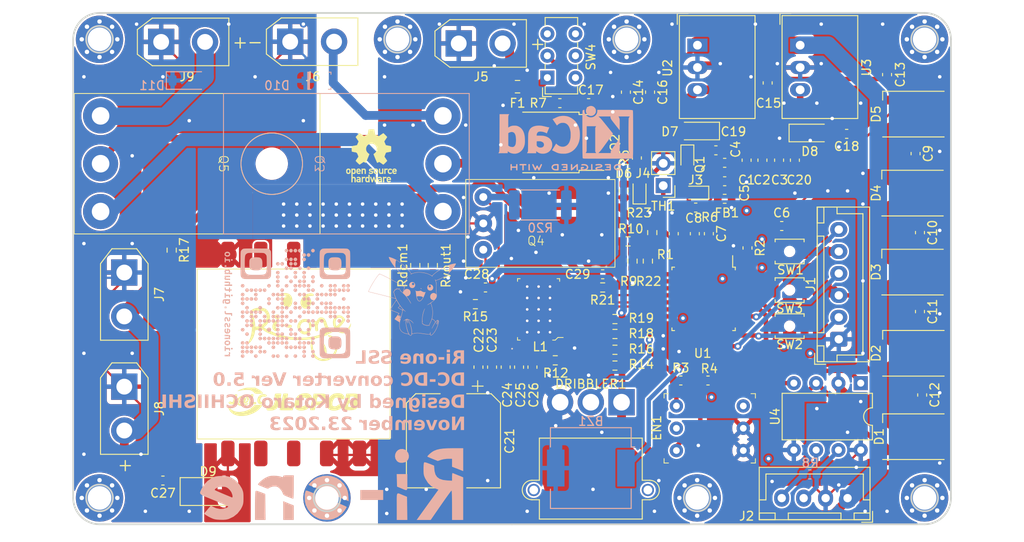
<source format=kicad_pcb>
(kicad_pcb (version 20221018) (generator pcbnew)
  (title_block (title "SSL_SubBoard") (date "2023-11-13") (company "Ri-one_SSL") (comment 1 "Designed by Kotaro Ochiishi"))
  (layers (0 "F.Cu" signal) (31 "B.Cu" signal) (34 "B.Paste" user) (35 "F.Paste" user) (36 "B.SilkS" user "B.Silkscreen") (37 "F.SilkS" user "F.Silkscreen") (38 "B.Mask" user) (39 "F.Mask" user) (44 "Edge.Cuts" user))
  (net 0 "")
  (net 1 "GND")
  (net 2 "Net-(U1-VDDA)")
  (net 3 "Net-(U1-NRST)")
  (net 4 "Net-(D7-A)")
  (net 5 "+5V")
  (net 6 "Net-(L1-FB)")
  (net 7 "DCDC_OUT")
  (net 8 "Net-(L1-UVLO1)")
  (net 9 "Net-(L1-OVLO1)")
  (net 10 "Net-(L1-UVLO2)")
  (net 11 "+15V")
  (net 12 "Net-(L1-OVLO2)")
  (net 13 "CANL")
  (net 14 "CANH")
  (net 15 "Net-(L1-RDCM)")
  (net 16 "CHARGE")
  (net 17 "Net-(L1-RVOUT)")
  (net 18 "Net-(L1-CSP)")
  (net 19 "Net-(L1-RVTRANS)")
  (net 20 "Net-(L1-RBG)")
  (net 21 "Net-(U1-PA1)")
  (net 22 "+3V3")
  (net 24 "STBY")
  (net 25 "NRST")
  (net 26 "TR_SIG")
  (net 27 "Net-(BZ1--)")
  (net 28 "KICK_SW")
  (net 29 "DR_SW")
  (net 30 "DONE")
  (net 31 "FAULT")
  (net 32 "DR_PWM")
  (net 33 "+BATT")
  (net 34 "ENCODER_A")
  (net 35 "ENCODER_B")
  (net 36 "CANRX")
  (net 37 "CANTX")
  (net 38 "SYS-SWDIO")
  (net 39 "SYS-SWCLK")
  (net 40 "SYS-SWO")
  (net 41 "DIN")
  (net 42 "DOUT")
  (net 43 "Net-(U1-BOOT0)")
  (net 48 "Net-(D2-DOUT)")
  (net 49 "Net-(D3-DOUT)")
  (net 50 "Net-(D4-DOUT)")
  (net 53 "tip")
  (net 54 "Net-(L1-HVGATE)")
  (net 57 "Net-(Q3-G)")
  (net 58 "STRAIGHT")
  (net 59 "Net-(Q2-S)")
  (net 60 "Net-(D8-A)")
  (net 61 "Vout")
  (net 62 "Net-(D10-A2)")
  (net 63 "Net-(D11-A2)")
  (net 64 "Net-(Q2-G)")
  (net 65 "Net-(Q5-G)")
  (net 66 "Net-(D1-DOUT)")
  (net 67 "Net-(D6-A)")
  (net 68 "Net-(J3-Pin_1)")
  (net 69 "Drain")
  (net 71 "Net-(SW4-B)")
  (net 73 "trans2")
  (net 74 "Cvtrans")
  (footprint "Capacitor_SMD:C_0603_1608Metric" (layer "F.Cu") (at 104.9987 47.9787)
    (fp_text reference "C5")
    (fp_text value "0.1uF")
  )
  (footprint "Connector_JST:JST_XH_B6B-XH-A_1x06_P2.50mm_Vertical" (layer "F.Cu") (at 117.9987 65.9787 90)
    (fp_text reference "J1")
    (fp_text value "pc to stm32")
  )
  (footprint "Capacitor_SMD:C_0603_1608Metric" (layer "F.Cu") (at 127.2487 53.8287 -90)
    (fp_text reference "C10")
    (fp_text value "0.1uF")
  )
  (footprint "Connector_AMASS:AMASS_XT30UPB-F_1x02_P5.0mm_Vertical" (layer "F.Cu") (at 36.5987 58.3787 -90)
    (fp_text reference "J7")
    (fp_text value "c1")
  )
  (footprint "Package_TO_SOT_SMD:TO-252-2" (layer "F.Cu") (at 85.0987 43.5587 180)
    (fp_text reference "Q2")
    (fp_text value "PMOS")
  )
  (footprint "Connector_AMASS:AMASS_MR30PW-M_1x03_P3.50mm_Horizontal" (layer "F.Cu") (at 93.2487 73.1537 180)
    (fp_text reference "DRIBBLER1")
    (fp_text value "MR30PW-M")
  )
  (footprint "LED_SMD:LED_Cree-PLCC4_5x5mm_CW" (layer "F.Cu") (at 126.4987 77.0787)
    (fp_text reference "D1")
    (fp_text value "ws2812b")
  )
  (footprint "MountingHole:MountingHole_2.7mm_Pad_Via" (layer "F.Cu") (at 127.7774 84.0574)
    (fp_text reference "REF**" hide)
    (fp_text value "MountingHole_2.7mm_Pad_Via")
  )
  (footprint "DCDC1_library:rioone2" (layer "F.Cu") (at 56.4987 64.5787)
    (fp_text reference "G***" hide)
    (fp_text value "LOGO" hide)
  )
  (footprint "Button_Switch_SMD:SW_SPST_B3U-1000P-B" (layer "F.Cu") (at 112.3987 55.9787 180)
    (fp_text reference "SW1")
    (fp_text value "SW_Push")
  )
  (footprint "Resistor_SMD:R_0603_1608Metric" (layer "F.Cu") (at 76.5987 61.9787 180)
    (fp_text reference "R15")
    (fp_text value "1.65")
  )
  (footprint "Symbol:OSHW-Logo_5.7x6mm_SilkScreen" (layer "F.Cu") (at 64.7487 45.0787)
    (fp_text reference "REF**" hide)
    (fp_text value "OSHW-Logo_5.7x6mm_SilkScreen" hide)
  )
  (footprint "Capacitor_SMD:C_0603_1608Metric" (layer "F.Cu") (at 93.7487 37.8287 -90)
    (fp_text reference "C14")
    (fp_text value "0.1uF")
  )
  (footprint "Capacitor_SMD:C_0603_1608Metric" (layer "F.Cu") (at 118.8987 42.5787 180)
    (fp_text reference "C18")
    (fp_text value "2.2u")
  )
  (footprint "Capacitor_SMD:C_0603_1608Metric" (layer "F.Cu") (at 109.2987 45.5787 90)
    (fp_text reference "C2")
    (fp_text value "0.1uF")
  )
  (footprint "Capacitor_SMD:C_0603_1608Metric" (layer "F.Cu") (at 127.4987 72.3287 -90)
    (fp_text reference "C12")
    (fp_text value "0.1uF")
  )
  (footprint "Capacitor_SMD:C_0603_1608Metric" (layer "F.Cu") (at 78.4987 69.1537 -90)
    (fp_text reference "C23")
    (fp_text value "2.2u")
  )
  (footprint "Connector_PinHeader_2.54mm:PinHeader_1x02_P2.54mm_Vertical" (layer "F.Cu") (at 97.9987 48.4787 180)
    (fp_text reference "TH1")
    (fp_text value "Thermistor")
  )
  (footprint "Button_Switch_SMD:SW_SPST_B3U-1000P-B" (layer "F.Cu") (at 112.3987 60.3787 180)
    (fp_text reference "SW3")
    (fp_text value "SW_Push")
  )
  (footprint "Capacitor_SMD:C_0603_1608Metric" (layer "F.Cu") (at 103.1987 53.9537 -90)
    (fp_text reference "C7")
    (fp_text value "0.1uF")
  )
  (footprint "Resistor_SMD:R_0603_1608Metric" (layer "F.Cu") (at 91.0987 60.0787 180)
    (fp_text reference "R21")
    (fp_text value "0.768k")
  )
  (footprint "DCDC1_library:tk20a60u" (layer "F.Cu") (at 83.4987 52.7787 -90)
    (fp_text reference "Q4")
    (fp_text value "Q_NMOS_DGS")
  )
  (footprint "digikey-footprints:TSSOP-20-1EP_W4.4mm" (layer "F.Cu") (at 83.7987 62.5787 90)
    (fp_text reference "L1")
    (fp_text value "~")
  )
  (footprint "Resistor_SMD:R_0603_1608Metric" (layer "F.Cu") (at 92.4987 68.9787 180)
    (fp_text reference "R14")
    (fp_text value "69.8k")
  )
  (footprint "DCDC1_library:32052" (layer "F.Cu") (at 55.8987 67.6587 90)
    (fp_text reference "U5" hide)
    (fp_text value "~")
  )
  (footprint "Capacitor_SMD:C_0603_1608Metric" (layer "F.Cu") (at 77.7487 60.0787 180)
    (fp_text reference "C28")
    (fp_text value "10n")
  )
  (footprint "Capacitor_SMD:C_0603_1608Metric" (layer "F.Cu") (at 99.1987 53.9537 90)
    (fp_text reference "R1")
    (fp_text value "5k")
  )
  (footprint "Resistor_SMD:R_0603_1608Metric" (layer "F.Cu") (at 41.9987 55.8287 -90)
    (fp_text reference "R17")
    (fp_text value "124")
  )
  (footprint "Diode_SMD:D_SOD-123" (layer "F.Cu") (at 114.6987 42.4787)
    (fp_text reference "D8")
    (fp_text value "SS2040FL")
  )
  (footprint "MountingHole:MountingHole_2.7mm_Pad_Via" (layer "F.Cu") (at 33.777372 31.807375)
    (fp_text reference "REF**" hide)
    (fp_text value "MountingHole_2.7mm_Pad_Via")
  )
  (footprint "Connector_AMASS:AMASS_XT30UPB-F_1x02_P5.0mm_Vertical" (layer "F.Cu") (at 36.5987 71.3787 -90)
    (fp_text reference "J8")
    (fp_text value "c2")
  )
  (footprint "Capacitor_SMD:C_0603_1608Metric" (layer "F.Cu") (at 89.4987 39.0787 180)
    (fp_text reference "C17")
    (fp_text value "0.1uF")
  )
  (footprint "Capacitor_SMD:C_0603_1608Metric" (layer "F.Cu") (at 127.2487 62.8287 -90)
    (fp_text reference "C11")
    (fp_text value "0.1uF")
  )
  (footprint "Button_Switch_SMD:SW_SPST_B3U-1000P-B" (layer "F.Cu") (at 112.3987 64.4787 180)
    (fp_text reference "SW2")
    (fp_text value "SW_Push")
  )
  (footprint "MountingHole:MountingHole_2.7mm_Pad_Via" (layer "F.Cu") (at 93.827372 31.807375)
    (fp_text reference "REF**" hide)
    (fp_text value "MountingHole_2.7mm_Pad_Via")
  )
  (footprint "Package_DIP:DIP-8_W7.62mm" (layer "F.Cu") (at 120.4987 70.9787 -90)
    (fp_text reference "U4")
    (fp_text value "MCP2562-E-P")
  )
  (footprint "Capacitor_SMD:C_0603_1608Metric" (layer "F.Cu") (at 111.4987 53.0787 180)
    (fp_text reference "C6")
    (fp_text value "0.1uF")
  )
  (footprint "Capacitor_SMD:C_0603_1608Metric" (layer "F.Cu") (at 109.8987 36.7787 -90)
    (fp_text reference "C15")
    (fp_text value "2.2u")
  )
  (footprint "Capacitor_SMD:C_0603_1608Metric" (layer "F.Cu") (at 103.9987 44.4537 180)
    (fp_text reference "C19")
    (fp_text value "0.1uF")
  )
  (footprint "Resistor_SMD:R_0603_1608Metric" (layer "F.Cu") (at 96.2487 57.0787 90)
    (fp_text reference "R22")
    (fp_text value "100")
  )
  (footprint "Resistor_SMD:R_0603_1608Metric" (layer "F.Cu") (at 92.4987 63.6787 180)
    (fp_text reference "R19")
    (fp_text value "475k")
  )
  (footprint "LED_SMD:LED_0603_1608Metric" (layer "F.Cu") (at 100.7487 45.3287 -90)
    (fp_text reference "Q1")
    (fp_text value "Q_Photo_NPN")
  )
  (footprint "MountingHole:MountingHole_2.7mm_Pad_Via" (layer "F.Cu") (at 127.777372 31.807375)
    (fp_text reference "REF**" hide)
    (fp_text value "MountingHole_2.7mm_Pad_Via")
  )
  (footprint "Capacitor_SMD:C_0603_1608Metric" (layer "F.Cu") (at 86.2237 39.0787 180)
    (fp_text reference "R7")
    (fp_text value "10k")
  )
  (footprint "Capacitor_SMD:C_0603_1608Metric" (layer "F.Cu") (at 99.9987 70.6787)
    (fp_text reference "R3")
    (fp_text value "5k")
  )
  (footprint "Capacitor_SMD:C_0603_1608Metric" (layer "F.Cu") (at 126.7487 44.8287 -90)
    (fp_text reference "C9")
    (fp_text value "0.1uF")
  )
  (footprint "MountingHole:MountingHole_2.7mm_Pad_Via" (layer "F.Cu") (at 59.690117 84.057372)
    (fp_text reference "REF**" hide)
    (fp_text value "MountingHole_2.7mm_Pad_Via")
  )
  (footprint "Capacitor_SMD:C_0603_1608Metric" (layer "F.Cu") (at 80.0487 69.1537 -90)
    (fp_text reference "C24")
    (fp_text value "2.2u")
  )
  (footprint "MountingHole:MountingHole_3.2mm_M3_ISO14580" (layer "F.Cu") (at 53.3987 45.9787)
    (fp_text reference "REF**" hide)
    (fp_text value "MountingHole_3.2mm_M3_ISO14580")
  )
  (footprint "Button_Switch_THT:SW_E-Switch_EG1271_SPDT" (layer "F.Cu") (at 84.7987 36.1787 90)
    (fp_text reference "SW4")
    (fp_text value "SW_SPST")
  )
  (footprint "LED_SMD:LED_Cree-PLCC4_5x5mm_CW" (layer "F.Cu") (at 126.4987 40.3287)
    (fp_text reference "D5")
    (fp_text value "ws2812b")
  )
  (footprint "LED_SMD:LED_0603_1608Metric" (layer "F.Cu") (at 95.2987 49.0787 90)
    (fp_text reference "J4")
    (fp_text value "LED")
  )
  (footprint "Capacitor_SMD:C_0603_1608Metric" (layer "F.Cu") (at 104.9987 45.8787)
    (fp_text reference "C4")
    (fp_text value "0.1uF")
  )
  (footprint "Converter_DCDC:Converter_DCDC_RECOM_R-78E-0.5_THT" (layer "F.Cu") (at 101.8987 32.4787 -90)
    (fp_text reference "U2")
    (fp_text value "M78AR05-1")
  )
  (footprint "Capacitor_SMD:C_0603_1608Metric" (layer "F.Cu") (at 81.5737 69.1537 -90)
    (fp_text reference "C25")
    (fp_text value "2.2u")
  )
  (footprint "MountingHole:MountingHole_2.7mm_Pad_Via" (layer "F.Cu") (at 33.7774 84.0573)
    (fp_text reference "REF**" hide)
    (fp_text value "MountingHole_2.7mm_Pad_Via")
  )
  (footprint "Capacitor_SMD:CP_Elec_10x10.5" (layer "F.Cu") (at 74.0987 77.5462 -90)
    (fp_text reference "C21")
    (fp_text value "680u")
  )
  (footprint "Connector_AMASS:AMASS_XT30UPB-F_1x02_P5.0mm_Vertical" (layer "F.Cu") (at 55.4987 32.0787)
    (fp_text reference "J6")
    (fp_text value "s1")
  )
  (footprint "Resistor_SMD:R_0603_1608Metric" (layer "F.Cu") (at 93.9987 54.8287)
    (fp_text reference "R10")
    (fp_text value "1k")
  )
  (footprint "LED_SMD:LED_Cree-PLCC4_5x5mm_CW" (layer "F.Cu") (at 126.3987 49.3287)
    (fp_text reference "D4")
    (fp_text value "ws2812b")
  )
  (footprint "Connector_AMASS:AMASS_XT30UPB-M_1x02_P5.0mm_Vertical" (layer "F.Cu") (at 74.6987 32.2787)
    (fp_text reference "J5")
    (fp_text value "lipo_3cell")
  )
  (footprint "Connector_AMASS:AMASS_XT30UPB-F_1x02_P5.0mm_Vertical" (layer "F.Cu") (at 40.7987 32.1037)
    (fp_text reference "J9")
    (fp_text value "s2")
  )
  (footprint "digikey-footprints:SOCKET_DIP-6_7.62mm_Conn" (layer "F.Cu") (at 99.4987 73.5787)
    (fp_text reference "EN1")
    (fp_text value "RotaryEncoder_Switch")
  )
  (footprint "Capacitor_SMD:C_0603_1608Metric" (layer "F.Cu") (at 91.0987 58.5787)
    (fp_text reference "C29")
    (fp_text value "10n")
  )
  (footprint "LED_SMD:LED_Cree-PLCC4_5x5mm_CW" (layer "F.Cu") (at 126.4987 67.5787)
    (fp_text reference "D2")
    (fp_text value "ws2812b")
  )
  (footprint "Capacitor_SMD:C_0603_1608Metric" (layer "F.Cu") (at 93.4987 49.0787 90)
    (fp_text reference "D6")
    (fp_text value "LED")
  )
  (footprint "Capacitor_SMD:C_0603_1608Metric" (layer "F.Cu") (at 123.4987 35.8287 90)
    (fp_text reference "C13")
    (fp_text value "0.1uF")
  )
  (footprint "Capacitor_SMD:C_0603_1608Metric" (layer "F.Cu") (at 96.4987 37.8287 -90)
    (fp_text reference "C16")
    (fp_text value "0.1uF")
  )
  (footprint "Diode_SMD:D_SOD-123" (layer "F.Cu") (at 102.0487 42.2537 180)
    (fp_text reference "D7")
    (fp_text value "SS2040FL")
  )
  (footprint "Resistor_SMD:R_0603_1608Metric" (layer "F.Cu") (at 71.7487 57.5787 90)
    (fp_text reference "Rvout1")
    (fp_text value "40.2k")
  )
  (footprint "DCDC1_library:jlc4" (layer "F.Cu") (at 55.8987 73.0787)
    (fp_text reference "G***" hide)
    (fp_text value "LOGO" hide)
  )
  (footprint "Resistor_SMD:R_0603_1608Metric" (layer "F.Cu") (at 85.6987 68.3787)
    (fp_text reference "R12")
    (fp_text value "40.2k")
  )
  (footprint "Resistor_SMD:R_0603_1608Metric" (layer "F.Cu") (at 92.4987 67.1787 180)
    (fp_text reference "R16")
    (fp_text value "475k")
  )
  (footprint "Connector_JST:JST_XH_B4B-XH-A_1x04_P2.50mm_Vertical" (layer "F.Cu") (at 118.9987 84.0787 180)
    (fp_text reference "J2")
    (fp_text value "main to sub")
  )
  (footprint "Capacitor_SMD:C_0603_1608Metric" (layer "F.Cu") (at 40.9987 82.0787 180)
    (fp_text reference "C27")
    (fp_text value "0.47u")
  )
  (footprint "MountingHole:MountingHole_2.7mm_Pad_Via" (layer "F.Cu") (at 67.727372 31.807375)
    (fp_text reference "REF**" hide)
    (fp_text value "MountingHole_2.7mm_Pad_Via")
  )
  (footprint "Capacitor_SMD:C_0603_1608Metric" (layer "F.Cu") (at 107.4987 45.5787 90)
    (fp_text reference "C1")
    (fp_text value "0.1uF")
  )
  (footprint "Capacitor_SMD:C_0603_1608Metric" (layer "F.Cu") (at 111.1987 45.5787 90)
    (fp_text reference "C3")
    (fp_text value "0.1uF")
  )
  (footprint "Resistor_SMD:R_0603_1608Metric" (layer "F.Cu") (at 92.4987 65.3787 180)
    (fp_text reference "R18")
    (fp_text value "69.8k")
  )
  (footprint "Capacitor_SMD:C_0603_1608Metric" (layer "F.Cu") (at 101.6987 50.9787)
    (fp_text reference "R6")
    (fp_text value "20k")
  )
  (footprint "Resistor_SMD:R_0603_1608Metric" (layer "F.Cu") (at 69.7487 57.5787 90)
    (fp_text reference "Rdcm1")
    (fp_text value "18.2k")
  )
  (footprint "Capacitor_SMD:C_0603_1608Metric" (layer "F.Cu") (at 101.5987 53.9537 -90)
    (fp_text reference "C8")
    (fp_text value "0.1uF")
  )
  (footprint "digikey-footprints:IRFP150NPbF" (layer "F.Cu") (at 33.8987 45.9787 -90)
    (fp_text reference "Q5")
    (fp_text value "NMOS")
  )
  (footprint "Converter_DCDC:Converter_DCDC_RECOM_R-78E-0.5_THT" (layer "F.Cu") (at 113.5987 32.4787 -90)
    (fp_text reference "U3")
    (fp_text value "M78AR033-1")
  )
  (footprint "Capacitor_SMD:C_0603_1608Metric" (layer "F.Cu") (at 112.9987 45.5787 90)
    (fp_text reference "C20")
    (fp_text value "0.1uF")
  )
  (footprint "Resistor_SMD:R_0603_1608Metric" (layer "F.Cu") (at 94.4987 57.0787 90)
    (fp_text reference "R9")
    (fp_text value "100")
  )
  (footprint "LED_SMD:LED_Cree-PLCC4_5x5mm_CW" (layer "F.Cu") (at 126.3987 58.3287)
    (fp_text reference "D3")
    (fp_text value "ws2812b")
  )
  (footprint "Capacitor_SMD:C_0603_1608Metric" (layer "F.Cu") (at 76.9487 69.1537 -90)
    (fp_text reference "C22")
    (fp_text value "2.2u")
  )
  (footprint "Inductor_SMD:L_0603_1608Metric" (layer "F.Cu") (at 104.9987 49.9787 180)
    (fp_text reference "FB1")
    (fp_text value "FerriteBead_Small")
  )
  (footprint "Capacitor_SMD:C_0603_1608Metric" (layer "F.Cu") (at 94.9987 45.3287 90)
    (fp_text reference "R5")
    (fp_text value "470")
  )
  (footprint "Capacitor_SMD:C_0603_1608Metric" (layer "F.Cu") (at 107.5987 55.5787 -90)
    (fp_text reference "R2")
    (fp_text value "10k")
  )
  (footprint "Capacitor_SMD:C_0603_1608Metric" (layer "F.Cu") (at 103.0987 70.6787 180)
    (fp_text reference "R4")
    (fp_text value "5k")
  )
  (footprint "Package_QFP:LQFP-32_7x7mm_P0.8mm" (layer "F.Cu") (at 102.5987 61.3787 -90)
    (fp_text reference "U1")
    (fp_text value "STM32F303K8Tx")
  )
  (footprint "MountingHole:MountingHole_2.7mm_Pad_Via" (layer "F.Cu") (at 101.864627 84.057372)
    (fp_text reference "REF**" hide)
    (fp_text value "MountingHole_2.7mm_Pad_Via")
  )
  (footprint "Resistor_SMD:R_0603_1608Metric" (layer "F.Cu") (at 96.7487 53.8287 -90)
    (fp_text reference "R23")
    (fp_text value "1k")
  )
  (footprint "LED_SMD:LED_0603_1608Metric" (layer "F.Cu") (at 101.6987 49.2787 180)
    (fp_text reference "J3")
    (fp_text value "PHOTOCOUPLER")
  )
  (footprint "Capacitor_SMD:C_0603_1608Metric" (layer "F.Cu") (at 83.0987 69.1537 -90)
    (fp_text reference "C26")
    (fp_text value "2.2u")
  )
  (footprint "Fuse:Fuse_0805_2012Metric" (layer "F.Cu") (at 81.3987 37.2037)
    (fp_text reference "F1")
    (fp_text value "Fuse")
  )
  (footprint "Diode_SMD:D_2010_5025Metric" (layer "F.Cu") (at 46.1487 83.3287)
    (fp_text reference "D9")
    (fp_text value "1.5KExxA")
  )
  (footprint "digikey-footprints:SOD-123" (layer "B.Cu") (at 58.8237 36.5287)
    (fp_text reference "D10")
    (fp_text value "1.5KExxA")
  )
  (footprint "digikey-footprints:IRFP150NPbF" (layer "B.Cu") (at 72.8987 45.9787 -90)
    (fp_text reference "Q3")
    (fp_text value "NMOS")
  )
  (footprint "Diode_SMD:D_SOD-123" (layer "B.Cu") (at 43.7487 36.5037)
    (fp_text reference "D11")
    (fp_text value "1.5KExxA")
  )
  (footprint "Buzzer_Beeper:Buzzer_CUI_CPT-9019S-SMT" (layer "B.Cu") (at 89.7487 80.6537 180)
    (fp_text reference "BZ1")
    (fp_text value "Buzzer")
  )
  (footprint "DCDC1_library:rione1" (layer "B.Cu") (at 60.1987 82.4787 180)
    (fp_text reference "G***" hide)
    (fp_text value "LOGO" hide)
  )
  (footprint "DCDC1_library:ピカ" (layer "B.Cu") (at 69.3987 61.0787 180)
    (fp_text reference "G***" hide)
    (fp_text value "LOGO" hide)
  )
  (footprint "Resistor_SMD:R_2512_6332Metric" (layer "B.Cu") (at 83.9987 50.6787)
    (fp_text reference "R20")
    (fp_text value "6m")
  )
  (footprint "DCDC1_library:qr1" (layer "B.Cu") (at 56.0987 61.8787 180)
    (fp_text reference "G***" hide)
    (fp_text value "LOGO" hide)
  )
  (footprint "Symbol:KiCad-Logo2_6mm_SilkScreen" (layer "B.Cu") (at 86.8987 42.3787 180)
    (fp_text reference "REF**" hide)
    (fp_text value "KiCad-Logo2_6mm_SilkScreen" hide)
  )
  (footprint "Capacitor_SMD:C_0603_1608Metric" (layer "B.Cu") (at 114.6987 81.3787)
    (fp_text reference "R8")
    (fp_text value "120")
  )
  (gr_circle (center 80.777372 67.057375) (end 80.877372 67.057375) (stroke (width 0.0001)) (fill solid) (layer "Edge.Cuts"))
  (gr_circle (center 67.727372 31.807375) (end 69.252372 31.807375) (stroke (width 0.2)) (fill none) (layer "Edge.Cuts"))
  (gr_line (start 127.777372 28.807375) (end 80.777372 28.807375) (stroke (width 0.2)) (layer "Edge.Cuts"))
  (gr_arc (start 130.777372 84.057372) (mid 129.898701 86.178701) (end 127.777372 87.057372) (stroke (width 0.2)) (layer "Edge.Cuts"))
  (gr_arc (start 30.777372 31.807375) (mid 31.656059 29.686061) (end 33.777372 28.807375) (stroke (width 0.2)) (layer "Edge.Cuts"))
  (gr_circle (center 127.777372 31.807375) (end 129.302372 31.807375) (stroke (width 0.2)) (fill none) (layer "Edge.Cuts"))
  (gr_circle (center 33.777372 31.807375) (end 35.302372 31.807375) (stroke (width 0.2)) (fill none) (layer "Edge.Cuts"))
  (gr_arc (start 33.777372 87.057372) (mid 31.656044 86.178687) (end 30.777372 84.057372) (stroke (width 0.2)) (layer "Edge.Cuts"))
  (gr_line (start 33.777372 87.057372) (end 80.777372 87.057372) (stroke (width 0.2)) (layer "Edge.Cuts"))
  (gr_circle (center 33.777372 84.057372) (end 35.302372 84.057372) (stroke (width 0.2)) (fill none) (layer "Edge.Cuts"))
  (gr_line (start 33.777372 28.807375) (end 80.777372 28.807375) (stroke (width 0.2)) (layer "Edge.Cuts"))
  (gr_circle (center 59.690117 84.057372) (end 61.215117 84.057372) (stroke (width 0.2)) (fill none) (layer "Edge.Cuts"))
  (gr_line (start 127.777372 87.057372) (end 80.777372 87.057372) (stroke (width 0.2)) (layer "Edge.Cuts"))
  (gr_circle (center 101.864627 84.057372) (end 103.389627 84.057372) (stroke (width 0.2)) (fill none) (layer "Edge.Cuts"))
  (gr_circle (center 127.777372 84.057372) (end 129.302372 84.057372) (stroke (width 0.2)) (fill none) (layer "Edge.Cuts"))
  (gr_circle (center 93.827372 31.807375) (end 95.352372 31.807375) (stroke (width 0.2)) (fill none) (layer "Edge.Cuts"))
  (gr_arc (start 127.777372 28.807375) (mid 129.898719 29.686043) (end 130.777372 31.807375) (stroke (width 0.2)) (layer "Edge.Cuts"))
  (gr_line (start 130.777372 31.807375) (end 130.777372 84.057372) (stroke (width 0.2)) (layer "Edge.Cuts"))
  (gr_line (start 30.777372 31.807375) (end 30.777372 84.057372) (stroke (width 0.2)) (layer "Edge.Cuts"))
  (gr_text "rionessl.github.io" (at 47.8987 68.0787 -90) (layer "B.SilkS") (effects (font (size 0.8 0.8) (thickness 0.2) bold) (justify left bottom mirror)))
  (gr_text "Ri-one SSL\nDC-DC converter Ver 5.0\nDesigned by Kotaro OCHIISHI\nNovember 23.2023" (at 75.4987 76.5787) (layer "B.SilkS") (effects (font (size 1.5 1.5)) (justify left bottom mirror)))
  (segment (start 75.7737 61.2787) (end 76.9737 60.0787) (width 0.25) (layer "F.Cu") (net 1))
  (segment (start 123.4987 35.0537) (end 116.4737 35.0537) (width 0.5) (layer "F.Cu") (net 1))
  (segment (start 119.5987 73.0787) (end 117.9587 71.4387) (width 1) (layer "F.Cu") (net 1))
  (segment (start 117.9587 71.4387) (end 117.9587 70.9787) (width 1) (layer "F.Cu") (net 1))
  (segment (start 114.5987 82.1787) (end 110.3987 82.1787) (width 0.25) (layer "F.Cu") (net 1))
  (segment (start 127.2737 45.6037) (end 126.7487 45.6037) (width 0.25) (layer "F.Cu") (net 1))
  (segment (start 80.9987 57.0787) (end 80.6987 56.7787) (width 0.25) (layer "F.Cu") (net 1))
  (segment (start 128.9987 38.7287) (end 130.1237 39.8537) (width 0.25) (layer "F.Cu") (net 1))
  (segment (start 102.3387 34.5787) (end 101.8987 35.0187) (width 0.5) (layer "F.Cu") (net 1))
  (segment (start 113.5987 35.0187) (end 111.4387 35.0187) (width 0.5) (layer "F.Cu") (net 1))
  (segment (start 117.2487 40.8287) (end 115.4987 39.0787) (width 0.25) (layer "F.Cu") (net 1))
  (segment (start 102.4737 50.9787) (end 103.4487 50.0037) (width 0.25) (layer "F.Cu") (net 1))
  (segment (start 104.2237 45.8787) (end 104.2237 45.0037) (width 0.5) (layer "F.Cu") (net 1))
  (segment (start 103.4487 48.7537) (end 104.2237 47.9787) (width 0.25) (layer "F.Cu") (net 1))
  (segment (start 116.4987 84.0787) (end 114.5987 82.1787) (width 0.25) (layer "F.Cu") (net 1))
  (segment (start 113.4987 41.2787) (end 114.7487 42.5287) (width 0.5) (layer "F.Cu") (net 1))
  (segment (start 86.5987 60.3037) (end 85.4237 60.3037) (width 0.25) (layer "F.Cu") (net 1))
  (segment (start 104.2237 47.9787) (end 104.2237 45.8787) (width 0.5) (layer "F.Cu") (net 1))
  (segment (start 105.813649 44.4537) (end 108.988649 41.2787) (width 0.5) (layer "F.Cu") (net 1))
  (segment (start 106.7737 55.6287) (end 106.7737 58.5787) (width 0.25) (layer "F.Cu") (net 1))
  (segment (start 104.4987 34.5787) (end 102.3387 34.5787) (width 0.5) (layer "F.Cu") (net 1))
  (segment (start 117.9237 40.8287) (end 117.2487 40.8287) (width 0.25) (layer "F.Cu") (net 1))
  (segment (start 103.4487 50.0037) (end 103.4487 48.7537) (width 0.25) (layer "F.Cu") (net 1))
  (segment (start 110.9987 34.5787) (end 104.4987 34.5787) (width 0.5) (layer "F.Cu") (net 1))
  (segment (start 99.6487 64.1787) (end 98.4237 64.1787) (width 0.25) (layer "F.Cu") (net 1))
  (segment (start 107.5987 54.8037) (end 106.7737 55.6287) (width 0.25) (layer "F.Cu") (net 1))
  (segment (start 96.6987 47.2387) (end 96.6987 48.4662) (width 0.5) (layer "F.Cu") (net 1))
  (segment (start 104.7737 44.4537) (end 105.813649 44.4537) (width 0.5) (layer "F.Cu") (net 1))
  (segment (start 74.8987 59.2787) (end 75.1987 58.9787) (width 0.25) (layer "F.Cu") (net 1))
  (segment (start 100.2487 63.5787) (end 99.6487 64.1787) (width 0.25) (layer "F.Cu") (net 1))
  (segment (start 108.988649 41.2787) (end 113.4987 41.2787) (width 0.5) (layer "F.Cu") (net 1))
  (segment (start 126.7487 45.6037) (end 126.7737 45.6037) (width 0.25) (layer "F.Cu") (net 1))
  (segment (start 111.4387 35.0187) (end 110.9987 34.5787) (width 0.5) (layer "F.Cu") (net 1))
  (segment (start 119.6737 42.5787) (end 117.9237 40.8287) (width 0.25) (layer "F.Cu") (net 1))
  (segment (start 75.7737 61.4537) (end 74.8987 60.5787) (width 0.25) (layer "F.Cu") (net 1))
  (segment (start 120.4987 41.7537) (end 120.4987 39.0787) (width 0.25) (layer "F.Cu") (net 1))
  (segment (start 74.8987 60.5787) (end 74.8987 59.2787) (width 0.25) (layer "F.Cu") (net 1))
  (segment (start 76.9737 60.0787) (end 76.5987 60.0787) (width 0.25) (layer "F.Cu") (net 1))
  (segment (start 96.7487 51.3162) (end 95.2987 49.8662) (width 1) (layer "F.Cu") (net 1))
  (segment (start 98.4237 64.1787) (end 98.4237 65.1537) (width 0.25) (layer "F.Cu") (net 1))
  (segment (start 97.9987 45.9387) (end 96.6987 47.2387) (width 0.5) (layer "F.Cu") (net 1))
  (segment (start 106.7737 58.5787) (end 105.2487 58.5787) (width 0.25) (layer "F.Cu") (net 1))
  (segment (start 130.1237 39.8537) (end 130.1237 42.7537) (width 0.25) (layer "F.Cu") (net 1))
  (segment (start 114.0987 60.3787) (end 117.3987 60.3787) (width 1) (layer "F.Cu") (net 1))
  (segment (start 130.1237 42.7537) (end 127.2737 45.6037) (width 0.25) (layer "F.Cu") (net 1))
  (segment (start 119.6737 42.5787) (end 120.4987 41.7537) (width 0.25) (layer "F.Cu") (net 1))
  (segment (start 116.4987 84.0787) (end 117.9987 82.5787) (width 0.25) (layer "F.Cu") (net 1))
  (segment (start 116.4987 82.5987) (end 120.4987 78.5987) (width 0.25) (layer "F.Cu") (net 1))
  (segment (start 96.6987 48.4662) (end 95.2987 49.8662) (width 0.5) (layer "F.Cu") (net 1))
  (segment (start 117.3987 60.3787) (end 117.9987 60.9787) (width 1) (layer "F.Cu") (net 1))
  (segment (start 80.9987 59.6537) (end 80.9987 57.0787) (width 0.25) (layer "F.Cu") (net 1))
  (segment (start 104.2237 45.0037) (end 104.7737 44.4537) (width 0.5) (layer "F.Cu") (net 1))
  (segment (start 75.7737 61.9787) (end 75.7737 61.4537) (width 0.25) (layer "F.Cu") (net 1))
  (segment (start 115.4987 39.0787) (end 120.4987 39.0787) (width 0.25) (layer "F.Cu") (net 1))
  (segment (start 120.4987 73.0787) (end 119.5987 73.0787) (width 1) (layer "F.Cu") (net 1))
  (segment (start 105.2487 58.5787) (end 104.7487 59.0787) (width 0.25) (layer "F.Cu") (net 1))
  (segment (start 85.4237 60.3037) (end 85.0987 59.9787) (width 0.25) (layer "F.Cu") (net 1))
  (segment (start 98.4237 65.1537) (end 97.9987 65.5787) (width 0.25) (layer "F.Cu") (net 1))
  (segment (start 114.7487 42.5287) (end 114.7487 43.3287) (width 0.5) (layer "F.Cu") (net 1))
  (segment (start 76.5987 60.0787) (end 75.4987 58.9787) (width 0.25) (layer "F.Cu") (net 1))
  (segment (start 75.7737 61.9787) (end 75.7737 61.2787) (width 0.25) (layer "F.Cu") (net 1))
  (segment (start 126.7737 45.6037) (end 128.8987 47.7287) (width 0.25) (layer "F.Cu") (net 1))
  (segment (start 96.7487 53.0037) (end 96.7487 51.3162) (width 1) (layer "F.Cu") (net 1))
  (segment (start 116.4737 35.0537) (end 115.9987 34.5787) (width 0.5) (layer "F.Cu") (net 1))
  (segment (start 116.4987 84.0787) (end 116.4987 82.5987) (width 0.25) (layer "F.Cu") (net 1))
  (segment (start 75.1987 58.9787) (end 75.4987 58.9787) (width 0.25) (layer "F.Cu") (net 1))
  (via (at 72.4987 30.0787) (size 0.8) (drill 0.4) (layers "F.Cu" "B.Cu") (net 1))
  (via (at 115.4987 73.8787) (size 0.8) (drill 0.4) (layers "F.Cu" "B.Cu") (net 1))
  (via (at 92.2487 38.3287) (size 0.8) (drill 0.4) (layers "F.Cu" "B.Cu") (net 1))
  (via (at 103.4987 72.5787) (size 0.8) (drill 0.4) (layers "F.Cu" "B.Cu") (net 1))
  (via (at 117.2487 40.8287) (size 0.8) (drill 0.4) (layers "F.Cu" "B.Cu") (net 1))
  (via (at 129.4987 53.5787) (size 0.8) (drill 0.4) (layers "F.Cu" "B.Cu") (net 1))
  (via (at 70.9987 83.0787) (size 0.8) (drill 0.4) (layers "F.Cu" "B.Cu") (net 1))
  (via (at 83.4987 56.0787) (size 0.8) (drill 0.4) (layers "F.Cu" "B.Cu") (net 1))
  (via (at 107.4987 48.0787) (size 0.8) (drill 0.4) (layers "F.Cu" "B.Cu") (net 1))
  (via (at 97.4987 82.0787) (size 0.8) (drill 0.4) (layers "F.Cu" "B.Cu") (net 1))
  (via (at 78.7487 34.8287) (size 0.8) (drill 0.4) (layers "F.Cu" "B.Cu") (net 1))
  (via (at 122.9987 30.0787) (size 0.8) (drill 0.4) (layers "F.Cu" "B.Cu") (net 1))
  (via (at 83.2487 47.5787) (size 0.8) (drill 0.4) (layers "F.Cu" "B.Cu") (net 1))
  (via (at 108.4987 30.0787) (size 0.8) (drill 0.4) (layers "F.Cu" "B.Cu") (net 1))
  (via (at 85.7487 75.8287) (size 0.8) (drill 0.4) (layers "F.Cu" "B.Cu") (net 1))
  (via (at 79.7487 39.3287) (size 0.8) (drill 0.4) (layers "F.Cu" "B.Cu") (net 1))
  (via (at 82.4987 35.3287) (size 0.8) (drill 0.4) (layers "F.Cu" "B.Cu") (net 1))
  (via (at 87.8987 66.9787) (size 0.8) (drill 0.4) (layers "F.Cu" "B.Cu") (net 1))
  (via (at 111.7487 39.0787) (size 0.8) (drill 0.4) (layers "F.Cu" "B.Cu") (net 1))
  (via (at 115.4987 39.0787) (size 0.8) (drill 0.4) (layers "F.Cu" "B.Cu") (net 1))
  (via (at 129.4987 63.0787) (size 0.8) (drill 0.4) (layers "F.Cu" "B.Cu") (net 1))
  (via (at 89.4987 57.0787) (size 0.8) (drill 0.4) (layers "F.Cu" "B.Cu") (net 1))
  (via (at 110.9987 34.5787) (size 0.8) (drill 0.4) (layers "F.Cu" "B.Cu") (net 1))
  (via (at 98.9987 30.0787) (size 0.8) (drill 0.4) (layers "F.Cu" "B.Cu") (net 1))
  (via (at 114.7487 67.5787) (size 0.8) (drill 0.4) (layers "F.Cu" "B.Cu") (net 1))
  (via (at 120.7487 47.0787) (size 0.8) (drill 0.4) (layers "F.Cu" "B.Cu") (net 1))
  (via (at 69.4987 41.5787) (size 0.8) (drill 0.4) (layers "F.Cu" "B.Cu") (net 1))
  (via (at 104.4987 34.5787) (size 0.8) (drill 0.4) (layers "F.Cu" "B.Cu") (net 1))
  (via (at 118.9987 76.5787) (size 0.8) (drill 0.4) (layers "F.Cu" "B.Cu") (net 1))
  (via (at 75.4987 58.9787) (size 0.8) (drill 0.4) (layers "F.Cu" "B.Cu") (net 1))
  (via (at 100.2487 63.5787) (size 0.8) (drill 0.4) (layers "F.Cu" "B.Cu") (net 1))
  (via (at 84.9987 49.3287) (size 0.8) (drill 0.4) (layers "F.Cu" "B.Cu") (net 1))
  (via (at 91.7487 49.3287) (size 0.8) (drill 0.4) (layers "F.Cu" "B.Cu") (net 1))
  (via (at 77.9987 82.0787) (size 0.8) (drill 0.4) (layers "F.Cu" "B.Cu") (net 1))
  (via (at 66.4987 83.0787) (size 0.8) (drill 0.4) (layers "F.Cu" "B.Cu") (net 1))
  (via (at 104.7487 59.0787) (size 0.8) (drill 0.4) (layers "F.Cu" "B.Cu") (net 1))
  (via (at 117.9987 82.5787) (size 0.8) (drill 0.4) (layers "F.Cu" "B.Cu") (net 1))
  (via (at 94.4987 59.5787) (size 0.8) (drill 0.4) (layers "F.Cu" "B.Cu") (net 1))
  (via (at 118.9987 49.0787) (size 0.8) (drill 0.4) (layers "F.Cu" "B.Cu") (net 1))
  (via (at 96.4987 51.5787) (size 0.8) (drill 0.4) (layers "F.Cu" "B.Cu") (net 1))
  (via (at 79.4987 43.8287) (size 0.8) (drill 0.4) (layers "F.Cu" "B.Cu") (net 1))
  (via (at 115.9987 30.0787) (size 0.8) (drill 0.4) (layers "F.Cu" "B.Cu") (net 1))
  (via (at 120.9987 85.5787) (size 0.8) (drill 0.4) (layers "F.Cu" "B.Cu") (net 1))
  (via (at 109.9987 79.5787) (size 0.8) (drill 0.4) (layers "F.Cu" "B.Cu") (net 1))
  (via (at 107.9987 36.0787) (size 0.8) (drill 0.4) (layers "F.Cu" "B.Cu") (net 1))
  (via (at 120.7487 67.5787) (size 0.8) (drill 0.4) (layers "F.Cu" "B.Cu") (net 1))
  (via (at 109.2487 57.8287) (size 0.8) (drill 0.4) (layers "F.Cu" "B.Cu") (net 1))
  (via (at 91.9987 35.5787) (size 0.8) (drill 0.4) (layers "F.Cu" "B.Cu") (net 1))
  (via (at 66.2487 41.5787) (size 0.8) (drill 0.4) (layers "F.Cu" "B.Cu") (net 1))
  (via (at 129.4987 36.0787) (size 0.8) (drill 0.4) (layers "F.Cu" "B.Cu") (net 1))
  (via (at 77.9987 72.0787) (size 0.8) (drill 0.4) (layers "F.Cu" "B.Cu") (net 1))
  (via (at 111.2487 43.0787) (size 0.8) (drill 0.4) (layers "F.Cu" "B.Cu") (net 1))
  (via (at 96.9987 85.5787) (size 0.8) (drill 0.4) (layers "F.Cu" "B.Cu") (net 1))
  (via (at 120.4987 39.0787) (size 0.8) (drill 0.4) (layers "F.Cu" "B.Cu") (net 1))
  (via (at 80.9987 30.0787) (size 0.8) (drill 0.4) (layers "F.Cu" "B.Cu") (net 1))
  (via (at 89.9987 83.0787) (size 0.8) (drill 0.4) (layers "F.Cu" "B.Cu") (net 1))
  (via (at 107.4987 51.3287) (size 0.8) (drill 0.4) (layers "F.Cu" "B.Cu") (net 1))
  (via (at 90.9987 76.5787) (size 0.8) (drill 0.4) (layers "F.Cu" "B.Cu") (net 1))
  (via (at 115.9987 34.5787) (size 0.8) (drill 0.4) (layers "F.Cu" "B.Cu") (net 1))
  (via (at 111.7487 66.8287) (size 0.8) (drill 0.4) (layers "F.Cu" "B.Cu") (net 1))
  (via (at 97.9987 65.5787) (size 0.8) (drill 0.4) (layers "F.Cu" "B.Cu") (net 1))
  (via (at 66.2487 36.0787) (size 0.8) (drill 0.4) (layers "F.Cu" "B.Cu") (net 1))
  (via (at 84.9987 70.0787) (size 0.8) (drill 0.4) (layers "F.Cu" "B.Cu") (net 1))
  (via (at 86.4987 54.0787) (size 0.8) (drill 0.4) (layers "F.Cu" "B.Cu") (net 1))
  (via (at 129.4987 80.0787) (size 0.8) (drill 0.4) (layers "F.Cu" "B.Cu") (net 1))
  (via (at 88.9987 30.0787) (size 0.8) (drill 0.4) (layers "F.Cu" "B.Cu") (net 1))
  (via (at 74.8987 60.5787) (size 0.8) (drill 0.4) (layers "F.Cu" "B.Cu") (net 1))
  (via (at 114.7487 43.3287) (size 0.8) (drill 0.4) (layers "F.Cu" "B.Cu") (net 1))
  (via (at 120.7487 59.3287) (size 0.8) (drill 0.4) (layers "F.Cu" "B.Cu") (net 1))
  (via (at 120.4987 73.0787) (size 0.8) (drill 0.4) (layers "F.Cu" "B.Cu") (net 1))
  (via (at 112.9987 49.3287) (size 0.8) (drill 0.4) (layers "F.Cu" "B.Cu") (net 1))
  (via (at 90.9987 54.0787) (size 0.8) (drill 0.4) (layers "F.Cu" "B.Cu") (net 1))
  (via (at 75.4987 41.5787) (size 0.8) (drill 0.4) (layers "F.Cu" "B.Cu") (net 1))
  (via (at 97.9987 67.0787) (size 0.8) (drill 0.4) (layers "F.Cu" "B.Cu") (net 1))
  (via (at 66.4987 85.8287) (size 0.8) (drill 0.4) (layers "F.Cu" "B.Cu") (net 1))
  (via (at 91.7487 47.5787) (size 0.8) (drill 0.4) (layers "F.Cu" "B.Cu") (net 1))
  (via (at 109.2487 54.5787) (size 0.8) (drill 0.4) (layers "F.Cu" "B.Cu") (net 1))
  (via (at 73.4987 58.9787) (size 0.8) (drill 0.4) (layers "F.Cu" "B.Cu") (net 1))
  (via (at 89.4987 70.0787) (size 0.8) (drill 0.4) (layers "F.Cu" "B.Cu") (net 1))
  (via (at 80.6987 56.7787) (size 0.8) (drill 0.4) (layers "F.Cu" "B.Cu") (net 1))
  (via (at 110.3987 82.1787) (size 0.8) (drill 0.4) (layers "F.Cu" "B.Cu") (net 1))
  (via (at 119.9987 80.5787) (size 0.8) (drill 0.4) (layers "F.Cu" "B.Cu") (net 1))
  (via (at 81.4987 53.5787) (size 0.8) (drill 0.4) (layers "F.Cu" "B.Cu") (net 1))
  (via (at 87.9987 41.5787) (size 0.8) (drill 0.4) (layers "F.Cu" "B.Cu") (net 1))
  (via (at 89.2487 43.0787) (size 0.8) (drill 0.4) (layers "F.Cu" "B.Cu") (net 1))
  (via (at 129.4987 44.5787) (size 0.8) (drill 0.4) (layers "F.Cu" "B.Cu") (net 1))
  (via (at 120.7487 50.5787) (size 0.8) (drill 0.4) (layers "F.Cu" "B.Cu") (net 1))
  (via (at 101.9987 78.0787) (size 0.8) (drill 0.4) (layers "F.Cu" "B.Cu") (net 1))
  (via (at 123.4987 85.5787) (size 0.8) (drill 0.4) (layers "F.Cu" "B.Cu") (net 1))
  (via (at 92.2487 40.0787) (size 0.8) (drill 0.4) (layers "F.Cu" "B.Cu") (net 1))
  (via (at 82.4987 85.5787) (size 0.8) (drill 0.4) (layers "F.Cu" "B.Cu") (net 1))
  (via (at 129.4987 72.0787) (size 0.8) (drill 0.4) (layers "F.Cu" "B.Cu") (net 1))
  (via (at 117.9987 44.0787) (size 0.8) (drill 0.4) (layers "F.Cu" "B.Cu") (net 1))
  (via (at 116.7487 49.0787) (size 0.8) (drill 0.4) (layers "F.Cu" "B.Cu") (net 1))
  (via (at 97.4987 35.5787) (size 0.8) (drill 0.4) (layers "F.Cu" "B.Cu") (net 1))
  (segment (start 81.4987 54.182864) (end 81.4987 53.5787) (width 1) (layer "B.Cu") (net 1))
  (segment (start 81.377372 68.282372) (end 81.377372 63.800264) (width 1) (layer "B.Cu") (net 1))
  (segment (start 86.2487 73.1537) (end 81.377372 68.282372) (width 1) (layer "B.Cu") (net 1))
  (segment (start 75.4987 58.9787) (end 76.702864 58.9787) (width 1) (layer "B.Cu") (net 1))
  (segment (start 85.7487 75.8287) (end 85.7487 73.6537) (width 1.5) (layer "B.Cu") (net 1))
  (segment (start 35.1487 51.4287) (end 33.8987 51.4287) (width 1.5) (layer "B.Cu") (net 1))
  (segment (start 62.8987 43.2287) (end 43.3487 43.2287) (width 1.5) (layer "B.Cu") (net 1))
  (segment (start 43.3487 43.2287) (end 35.1487 51.4287) (width 1.5) (layer "B.Cu") (net 1))
  (segment (start 85.7487 73.6537) (end 86.2487 73.1537) (width 0.25) (layer "B.Cu") (net 1))
  (segment (start 65.9987 46.3287) (end 62.8987 43.2287) (width 1.5) (layer "B.Cu") (net 1))
  (segment (start 72.8987 51.1287) (end 68.0987 46.3287) (width 1.5) (layer "B.Cu") (net 1))
  (segment (start 85.7487 75.8287) (end 85.7487 80.6537) (width 1.5) (layer "B.Cu") (net 1))
  (segment (start 68.0987 46.3287) (end 65.9987 46.3287) (width 1.5) (layer "B.Cu") (net 1))
  (segment (start 81.377372 63.800264) (end 78.155808 60.5787) (width 1) (layer "B.Cu") (net 1))
  (segment (start 72.8987 51.4287) (end 72.8987 51.1287) (width 1.5) (layer "B.Cu") (net 1))
  (segment (start 76.702864 58.9787) (end 81.4987 54.182864) (width 1) (layer "B.Cu") (net 1))
  (segment (start 78.155808 60.5787) (end 74.8987 60.5787) (width 1) (layer "B.Cu") (net 1))
  (segment (start 102.9487 54.7287) (end 102.1987 55.4787) (width 0.5) (layer "F.Cu") (net 2))
  (segment (start 103.1987 54.7287) (end 102.9487 54.7287) (width 0.5) (layer "F.Cu") (net 2))
  (segment (start 102.1987 55.4787) (end 102.1987 57.2037) (width 0.5) (layer "F.Cu") (net 2))
  (segment (start 101.5987 54.7287) (end 101.5987 54.8787) (width 0.5) (layer "F.Cu") (net 2))
  (segment (start 104.2112 49.9787) (end 104.2112 53.7162) (width 0.5) (layer "F.Cu") (net 2))
  (segment (start 104.2112 53.7162) (end 103.1987 54.7287) (width 0.5) (layer "F.Cu") (net 2))
  (segment (start 101.5987 54.8787) (end 102.1987 55.4787) (width 0.5) (layer "F.Cu") (net 2))
  (segment (start 110.6237 53.1787) (end 106.260527 53.1787) (width 0.5) (layer "F.Cu") (net 3))
  (segment (start 106.260527 53.1787) (end 102.9987 56.440527) (width 0.5) (layer "F.Cu") (net 3))
  (segment (start 110.7237 53.0787) (end 110.6237 53.1787) (width 0.5) (layer "F.Cu") (net 3))
  (segment (start 102.9987 56.440527) (end 102.9987 57.2037) (width 0.5) (layer "F.Cu") (net 3))
  (segment (start 110.7237 53.0787) (end 110.6987 53.1037) (width 0.5) (layer "F.Cu") (net 3))
  (segment (start 110.6987 53.1037) (end 110.6987 55.9787) (width 0.5) (layer "F.Cu") (net 3))
  (segment (start 109.8937 37.5587) (end 101.8987 37.5587) (width 1) (layer "F.Cu") (net 4))
  (segment (start 100.3987 39.0587) (end 100.3987 42.2537) (width 1) (layer "F.Cu") (net 4))
  (segment (start 101.8987 37.5587) (end 100.3987 39.0587) (width 1) (layer "F.Cu") (net 4))
  (segment (start 109.8987 37.5537) (end 109.8937 37.5587) (width 1) (layer "F.Cu") (net 4))
  (segment (start 112.4987 36.3287) (end 110.9987 37.8287) (width 0.5) (layer "F.Cu") (net 5))
  (segment (start 100.7487 44.5412) (end 103.1362 44.5412) (width 0.75) (layer "F.Cu") (net 5))
  (segment (start 128.8987 59.9287) (end 127.2487 61.5787) (width 0.5) (layer "F.Cu") (net 5))
  (segment (start 126.5737 76.6537) (end 126.5737 72.4787) (width 0.5) (layer "F.Cu") (net 5))
  (segment (start 123.4987 36.6037) (end 125.0487 36.6037) (width 0.5) (layer "F.Cu") (net 5))
  (segment (start 128.8987 50.9287) (end 127.2487 52.5787) (width 0.5) (layer "F.Cu") (net 5))
  (segment (start 110.9987 38.2787) (end 107.0237 42.2537) (width 0.5) (layer "F.Cu") (net 5))
  (segment (start 107.0237 42.2537) (end 103.6987 42.2537) (width 0.5) (layer "F.Cu") (net 5))
  (segment (start 123.2237 36.3287) (end 112.4987 36.3287) (width 0.5) (layer "F.Cu") (net 5))
  (segment (start 103.8737 70.7537) (end 105.4487 72.3287) (width 0.5) (layer "F.Cu") (net 5))
  (segment (start 125.8237 44.9787) (end 126.7487 44.0537) (width 0.5) (layer "F.Cu") (net 5))
  (segment (start 114.0687 72.3287) (end 115.4187 70.9787) (width 0.5) (layer "F.Cu") (net 5))
  (segment (start 100.7212 44.5137) (end 100.7487 44.5412) (width 0.75) (layer "F.Cu") (net 5))
  (segment (start 126.5737 72.4787) (end 127.4987 71.5537) (width 0.5) (layer "F.Cu") (net 5))
  (segment (start 128.8987 49.9287) (end 125.8237 46.8537) (width 0.5) (layer "F.Cu") (net 5))
  (segment (start 125.8237 46.8537) (end 125.8237 44.9787) (width 0.5) (layer "F.Cu") (net 5))
  (segment (start 126.2987 65.2787) (end 128.9987 67.9787) (width 0.5) (layer "F.Cu") (net 5))
  (segment (start 93.3237 63.0532) (end 93.2487 62.9782) (width 0.75) (layer "F.Cu") (net 5))
  (segment (start 78.5237 60.0787) (end 79.3987 60.9537) (width 0.25) (layer "F.Cu") (net 5))
  (segment (start 95.0387 44.5137) (end 100.7212 44.5137) (width 0.75) (layer "F.Cu") (net 5))
  (segment (start 127.2487 62.0537) (end 126.2987 63.0037) (width 0.5) (layer "F.Cu") (net 5))
  (segment (start 93.3237 63.6787) (end 93.3237 63.0532) (width 0.75) (layer "F.Cu") (net 5))
  (segment (start 78.5237 59.1037) (end 78.5237 60.0787) (width 0.75) (layer "F.Cu") (net 5))
  (segment (start 128.8987 59.0787) (end 128.8987 59.9287) (width 0.5) (layer "F.Cu") (net 5))
  (segment (start 103.2237 44.4537) (end 103.2237 42.7287) (width 0.5) (layer "F.Cu") (net 5))
  (segment (start 128.9987 41.9287) (end 128.0737 41.9287) (width 0.5) (layer "F.Cu") (net 5))
  (segment (start 93.455762 46.040267) (end 94.942329 44.5537) (width 0.75) (layer "F.Cu") (net 5))
  (segment (start 128.9987 78.6787) (end 128.5987 78.6787) (width 0.5) (layer "F.Cu") (net 5))
  (segment (start 99.2237 70.0537) (end 94.5487 65.3787) (width 0.5) (layer "F.Cu") (net 5))
  (segment (start 103.1362 44.5412) (end 103.2237 44.4537) (width 0.75) (layer "F.Cu") (net 5))
  (segment (start 123.4987 36.6037) (end 123.2237 36.3287) (width 0.5) (layer "F.Cu") (net 5))
  (segment (start 94.942329 44.5537) (end 94.9987 44.5537) (width 0.75) (layer "F.Cu") (net 5))
  (segment (start 126.1487 78.6787) (end 124.7487 80.0787) (width 0.5) (layer "F.Cu") (net 5))
  (segment (start 99.2237 70.6787) (end 99.2237 70.0537) (width 0.5) (layer "F.Cu") (net 5))
  (segment (start 79.3987 60.9537) (end 80.9987 60.9537) (width 0.25) (layer "F.Cu") (net 5))
  (segment (start 103.8737 70.6787) (end 103.8737 70.7537) (width 0.5) (layer "F.Cu") (net 5))
  (segment (start 126.2987 63.0037) (end 126.2987 65.2787) (width 0.5) (layer "F.Cu") (net 5))
  (segment (start 128.9987 40.5537) (end 128.9987 41.9287) (width 0.5) (layer "F.Cu") (net 5))
  (segment (start 94.9987 44.5537) (end 95.0387 44.5137) (width 0.75) (layer "F.Cu") (net 5))
  (segment (start 128.0737 41.9287) (end 126.7487 43.2537) (width 0.5) (layer "F.Cu") (net 5))
  (segment (start 128.9987 69.1787) (end 128.9987 70.0537) (width 0.5) (layer "F.Cu") (net 5))
  (segment (start 121.7487 78.8287) (end 121.7487 77.2287) (width 0.5) (layer "F.Cu") (net 5))
  (segment (start 128.5987 78.6787) (end 126.5737 76.6537) (width 0.5) (layer "F.Cu") (net 5))
  (segment (start 128.9987 67.9787) (end 128.9987 69.1787) (width 0.5) (layer "F.Cu") (net 5))
  (segment (start 122.9987 80.0787) (end 121.7487 78.8287) (width 0.5) (layer "F.Cu") (net 5))
  (segment (start 127.2487 52.5787) (end 127.2487 53.0537) (width 0.5) (layer "F.Cu") (net 5))
  (segment (start 127.2487 53.0537) (end 126.1987 54.1037) (width 0.5) (layer "F.Cu") (net 5))
  (segment (start 121.7487 77.2287) (end 115.4987 70.9787) (width 0.5) (layer "F.Cu") (net 5))
  (segment (start 103.2237 42.7287) (end 103.6987 42.2537) (width 0.5) (layer "F.Cu") (net 5))
  (segment (start 128.9987 78.6787) (end 126.1487 78.6787) (width 0.5) (layer "F.Cu") (net 5))
  (segment (start 126.1987 56.3787) (end 128.8987 59.0787) (width 0.5) (layer "F.Cu") (net 5))
  (segment (start 94.5487 65.3787) (end 93.3237 65.3787) (width 0.5) (layer "F.Cu") (net 5))
  (segment (start 125.0487 36.6037) (end 128.9987 40.5537) (width 0.5) (layer "F.Cu") (net 5))
  (segment (start 105.4487 72.3287) (end 114.0687 72.3287) (width 0.5) (layer "F.Cu") (net 5))
  (segment (start 93.3237 65.3787) (end 93.3237 63.6787) (width 0.75) (layer "F.Cu") (net 5))
  (segment (start 126.7487 43.2537) (end 126.7487 44.0537) (width 0.5) (layer "F.Cu") (net 5))
  (segment (start 110.9987 37.8287) (end 110.9987 38.2787) (width 0.5) (layer "F.Cu") (net 5))
  (segment (start 128.8987 50.9287) (end 128.8987 49.9287) (width 0.5) (layer "F.Cu") (net 5))
  (segment (start 126.1987 54.1037) (end 126.1987 56.3787) (width 0.5) (layer "F.Cu") (net 5))
  (segment (start 78.4987 59.0787) (end 78.5237 59.1037) (width 0.75) (layer "F.Cu") (net 5))
  (segment (start 128.9987 70.0537) (end 127.4987 71.5537) (width 0.5) (layer "F.Cu") (net 5))
  (segment (start 124.7487 80.0787) (end 122.9987 80.0787) (width 0.5) (layer "F.Cu") (net 5))
  (segment (start 80.9987 61.6037) (end 80.9987 60.9537) (width 0.25) (layer "F.Cu") (net 5))
  (segment (start 127.2487 61.5787) (end 127.2487 62.0537) (width 0.5) (layer "F.Cu") (net 5))
  (segment (start 115.4987 70.9787) (end 115.4187 70.9787) (width 0.5) (layer "F.Cu") (net 5))
  (via (at 93.455762 46.040267) (size 0.8) (drill 0.4) (layers "F.Cu" "B.Cu") (net 5))
  (via (at 78.4987 59.0787) (size 0.8) (drill 0.4) (layers "F.Cu" "B.Cu") (net 5))
  (via (at 93.2487 62.9782) (size 0.8) (drill 0.4) (layers "F.Cu" "B.Cu") (net 5))
  (segment (start 93.4737 57.3287) (end 93.4737 59.3287) (width 0.75) (layer "B.Cu") (net 5))
  (segment (start 79.5237 58.0537) (end 91.7487 58.0537) (width 0.75) (layer "B.Cu") (net 5))
  (segment (start 93.4737 59.3287) (end 93.4737 62.7532) (width 0.75) (layer "B.Cu") (net 5))
  (segment (start 91.9987 58.0537) (end 93.4737 56.5787) (width 0.75) (layer "B.Cu") (net 5))
  (segment (start 78.4987 59.0787) (end 79.5237 58.0537) (width 0.75) (layer "B.Cu") (net 5))
  (segment (start 91.7487 58.0537) (end 91.9987 58.0537) (width 0.75) (layer "B.Cu") (net 5))
  (segment (start 92.1987 58.0537) (end 93.4737 59.3287) (width 0.75) (layer "B.Cu") (net 5))
  (segment (start 91.7487 58.0537) (end 92.1987 58.0537) (width 0.75) (layer "B.Cu") (net 5))
  (segment (start 93.455762 46.040267) (end 93.4737 46.058205) (width 0.75) (layer "B.Cu") (net 5))
  (segment (start 91.7487 58.0537) (end 92.9987 58.0537) (width 0.75) (layer "B.Cu") (net 5))
  (segment (start 93.4737 62.7532) (end 93.2487 62.9782) (width 0.75) (layer "B.Cu") (net 5))
  (segment (start 93.4737 46.058205) (end 93.4737 56.5787) (width 0.75) (layer "B.Cu") (net 5))
  (segment (start 92.9987 58.0537) (end 93.4737 57.5787) (width 0.75) (layer "B.Cu") (net 5))
  (segment (start 93.4737 57.5787) (end 93.4737 57.3287) (width 0.75) (layer "B.Cu") (net 5))
  (segment (start 93.4737 56.5787) (end 93.4737 57.3287) (width 0.75) (layer "B.Cu") (net 5))
  (segment (start 48.1987 48.8037) (end 41.9987 55.0037) (width 0.75) (layer "F.Cu") (net 6))
  (segment (start 90.3237 58.5787) (end 88.697859 58.5787) (width 0.75) (layer "F.Cu") (net 6))
  (segment (start 78.322859 48.2037) (end 76.846313 48.2037) (width 0.75) (layer "F.Cu") (net 6))
  (segment (start 88.697859 58.5787) (end 78.322859 48.2037) (width 0.75) (layer "F.Cu") (net 6))
  (segment (start 86.5987 59.6537) (end 90.1987 59.6537) (width 0.25) (layer "F.Cu") (net 6))
  (segment (start 90.2737 58.6287) (end 90.3237 58.5787) (width 1) (layer "F.Cu") (net 6))
  (segment (start 76.846313 48.2037) (end 76.196313 48.8537) (width 0.75) (layer "F.Cu") (net 6))
  (segment (start 73.9653 48.8037) (end 48.1987 48.8037) (width 0.75) (layer "F.Cu") (net 6))
  (segment (start 90.1987 59.6537) (end 90.2737 59.5787) (width 0.25) (layer "F.Cu") (net 6))
  (segment (start 90.2737 60.0787) (end 90.2737 59.5787) (width 1) (layer "F.Cu") (net 6))
  (segment (start 76.196313 48.8537) (end 74.0153 48.8537) (width 0.75) (layer "F.Cu") (net 6))
  (segment (start 90.2737 59.5787) (end 90.2737 58.6287) (width 1) (layer "F.Cu") (net 6))
  (segment (start 74.0153 48.8537) (end 73.9653 48.8037) (width 0.75) (layer "F.Cu") (net 6))
  (segment (start 55.4987 32.0787) (end 55.4987 32.5037) (width 0.25) (layer "F.Cu") (net 7))
  (segment (start 41.5737 81.8787) (end 41.7737 82.0787) (width 0.25) (layer "F.Cu") (net 7))
  (segment (start 55.4987 32.5037) (end 53.6737 34.3287) (width 0.25) (layer "F.Cu") (net 7))
  (segment (start 36.3987 71.3787) (end 33.6987 68.6787) (width 0.25) (layer "F.Cu") (net 7))
  (segment (start 43.8987 83.3287) (end 42.6487 82.0787) (width 1) (layer "F.Cu") (net 7))
  (segment (start 53.6737 34.3287) (end 43.0237 34.3287) (width 0.25) (layer "F.Cu") (net 7))
  (segment (start 36.5987 59.1787) (end 36.5987 58.3787) (width 0.25) (layer "F.Cu") (net 7))
  (segment (start 36.5987 71.3787) (end 36.3987 71.3787) (width 0.25) (layer "F.Cu") (net 7))
  (segment (start 33.6987 68.6787) (end 33.6987 62.0787) (width 0.25) (layer "F.Cu") (net 7))
  (segment (start 36.5987 71.3787) (end 36.5987 71.5787) (width 0.25) (layer "F.Cu") (net 7))
  (segment (start 43.0237 34.3287) (end 40.7987 32.1037) (width 0.25) (layer "F.Cu") (net 7))
  (segment (start 41.5737 76.5537) (end 41.5737 81.8787) (width 0.25) (layer "F.Cu") (net 7))
  (segment (start 36.5987 71.5787) (end 41.5737 76.5537) (width 0.25) (layer "F.Cu") (net 7))
  (segment (start 33.6987 62.0787) (end 36.5987 59.1787) (width 0.25) (layer "F.Cu") (net 7))
  (segment (start 42.6487 82.0787) (end 41.7737 82.0787) (width 1) (layer "F.Cu") (net 7))
  (via (at 37.4987 45.0787) (size 0.8) (drill 0.4) (layers "F.Cu" "B.Cu") (net 7))
  (via (at 31.9987 55.0787) (size 0.8) (drill 0.4) (layers "F.Cu" "B.Cu") (net 7))
  (via (at 37.9987 30.0787) (size 0.8) (drill 0.4) (layers "F.Cu" "B.Cu") (net 7))
  (via (at 43.9987 41.0787) (size 0.8) (drill 0.4) (layers "F.Cu" "B.Cu") (net 7))
  (via (at 51.4987 36.0787) (size 0.8) (drill 0.4) (layers "F.Cu" "B.Cu") (net 7))
  (via (at 48.4987 30.0787) (size 0.8) (drill 0.4) (layers "F.Cu" "B.Cu") (net 7))
  (via (at 37.4987 67.5787) (size 0.8) (drill 0.4) (layers "F.Cu" "B.Cu") (net 7))
  (via (at 31.9987 79.0787) (size 0.8) (drill 0.4) (layers "F.Cu" "B.Cu") (net 7))
  (via (at 56.9987 30.0787) (size 0.8) (drill 0.4) (layers "F.Cu" "B.Cu") (net 7))
  (via (at 38.9987 85.5787) (size 0.8) (drill 0.4) (layers "F.Cu" "B.Cu") (net 7))
  (via (at 37.4987 55.0787) (size 0.8) (drill 0.4) (layers "F.Cu" "B.Cu") (net 7))
  (via (at 38.4987 79.0787) (size 0.8) (drill 0.4) (layers "F.Cu" "B.Cu") (net 7))
  (via (at 43.9987 85.5787) (size 0.8) (drill 0.4) (layers "F.Cu" "B.Cu") (net 7))
  (via (at 40.9987 36.0787) (size 0.8) (drill 0.4) (layers "F.Cu" "B.Cu") (net 7))
  (via (at 31.9987 36.0787) (size 0.8) (drill 0.4) (layers "F.Cu" "B.Cu") (net 7))
  (via (at 56.9987 41.0787) (size 0.8) (drill 0.4) (layers "F.Cu" "B.Cu") (net 7))
  (via (at 31.9987 67.5787) (size 0.8) (drill 0.4) (layers "F.Cu" "B.Cu") (net 7))
  (segment (start 33.0987 58.9787) (end 35.9987 58.9787) (width 0.25) (layer "B.Cu") (net 7))
  (segment (start 30.902372 56.782372) (end 33.0987 58.9787) (width 0.25) (layer "B.Cu") (net 7))
  (segment (start 40.7987 35.2037) (end 40.7987 32.1037) (width 0.25) (layer "B.Cu") (net 7))
  (segment (start 57.2487 36.5287) (end 57.2487 33.8287) (width 0.25) (layer "B.Cu") (net 7))
  (segment (start 42.0987 36.5037) (end 42.0737 36.5287) (width 0.25) (layer "B.Cu") (net 7))
  (segment (start 32.3487 36.5287) (end 30.902372 37.975028) (width 0.25) (layer "B.Cu") (net 7))
  (segment (start 42.0987 36.5037) (end 40.7987 35.2037) (width 0.25) (layer "B.Cu") (net 7))
  (segment (start 42.0737 36.5287) (end 32.3487 36.5287) (width 0.25) (layer "B.Cu") (net 7))
  (segment (start 35.9987 58.9787) (end 36.5987 58.3787) (width 0.25) (layer "B.Cu") (net 7))
  (segment (start 30.902372 37.975028) (end 30.902372 56.782372) (width 0.25) (layer "B.Cu") (net 7))
  (segment (start 57.2487 33.8287) (end 55.4987 32.0787) (width 0.25) (layer "B.Cu") (net 7))
  (segment (start 91.6737 68.9787) (end 87.5487 64.8537) (width 0.25) (layer "F.Cu") (net 8))
  (segment (start 87.5487 64.8537) (end 86.5987 64.8537) (width 0.25) (layer "F.Cu") (net 8))
  (segment (start 86.5987 64.2037) (end 87.6487 64.2037) (width 0.25) (layer "F.Cu") (net 9))
  (segment (start 90.6237 67.1787) (end 91.6737 67.1787) (width 0.25) (layer "F.Cu") (net 9))
  (segment (start 87.6487 64.2037) (end 90.6237 67.1787) (width 0.25) (layer "F.Cu") (net 9))
  (segment (start 91.6737 65.3787) (end 89.4737 65.3787) (width 0.25) (layer "F.Cu") (net 10))
  (segment (start 87.6487 63.5537) (end 86.5987 63.5537) (width 0.25) (layer "F.Cu") (net 10))
  (segment (start 89.4737 65.3787) (end 87.6487 63.5537) (width 0.25) (layer "F.Cu") (net 10))
  (segment (start 97.7737 80.1787) (end 99.983267 80.1787) (width 1) (layer "F.Cu") (net 11))
  (segment (start 113.5987 32.4787) (end 101.8987 32.4787) (width 2) (layer "F.Cu") (net 11))
  (segment (start 97.4237 36.9537) (end 97.4237 37.7537) (width 0.5) (layer "F.Cu") (net 11))
  (segment (start 93.7487 38.6037) (end 93.7487 40.7887) (width 0.5) (layer "F.Cu") (net 11))
  (segment (start 93.3237 68.9787) (end 93.2987 69.0037) (width 0.75) (layer "F.Cu") (net 11))
  (segment (start 93.2987 69.0037) (end 93.2987 73.1037) (width 0.75) (layer "F.Cu") (net 11))
  (segment (start 93.2987 73.1037) (end 93.2487 73.1537) (width 0.75) (layer "F.Cu") (net 11))
  (segment (start 103.556133 80.1207) (end 104.562028 80.1207) (width 1) (layer "F.Cu") (net 11))
  (segment (start 96.4987 38.6037) (end 93.7487 38.6037) (width 0.5) (layer "F.Cu") (net 11))
  (segment (start 93.2487 75.6537) (end 97.7737 80.1787) (width 1) (layer "F.Cu") (net 11))
  (segment (start 110.395028 85.9537) (end 117.3237 85.9537) (width 1) (layer "F.Cu") (net 11))
  (segment (start 99.983267 80.1787) (end 100.183267 79.9787) (width 1) (layer "F.Cu") (net 11))
  (segment (start 97.4237 37.7537) (end 96.5737 38.6037) (width 0.5) (layer "F.Cu") (net 11))
  (segment (start 103.414133 79.9787) (end 103.556133 80.1207) (width 1) (layer "F.Cu") (net 11))
  (segment (start 93.7487 40.7887) (end 90.1387 44.3987) (width 0.5) (layer "F.Cu") (net 11))
  (segment (start 93.3237 67.1787) (end 93.3237 68.9787) (width 0.75) (layer "F.Cu") (net 11))
  (segment (start 117.3237 85.9537) (end 118.9987 84.2787) (width 1) (layer "F.Cu") (net 11))
  (segment (start 96.5737 38.6037) (end 96.4987 38.6037) (width 0.5) (layer "F.Cu") (net 11))
  (segment (start 104.562028 80.1207) (end 110.395028 85.9537) (width 1) (layer "F.Cu") (net 11))
  (segment (start 90.1387 44.3987) (end 90.1387 45.8387) (width 0.5) (layer "F.Cu") (net 11))
  (segment (start 101.8987 32.4787) (end 97.4237 36.9537) (width 0.5) (layer "F.Cu") (net 11))
  (segment (start 93.2487 73.1537) (end 93.2487 75.6537) (width 1) (layer "F.Cu") (net 11))
  (segment (start 100.183267 79.9787) (end 103.414133 79.9787) (width 1) (layer "F.Cu") (net 11))
  (segment (start 122.4987 80.7787) (end 118.9987 84.2787) (width 2) (layer "B.Cu") (net 11))
  (segment (start 122.4987 38.2287) (end 122.4987 80.7787) (width 2) (layer "B.Cu") (net 11))
  (segment (start 113.5987 32.4787) (end 116.7487 32.4787) (width 2) (layer "B.Cu") (net 11))
  (segment (start 116.7487 32.4787) (end 122.4987 38.2287) (width 2) (layer "B.Cu") (net 11))
  (segment (start 91.6737 63.6787) (end 88.4237 63.6787) (width 0.25) (layer "F.Cu") (net 12))
  (segment (start 87.6487 62.9037) (end 86.5987 62.9037) (width 0.25) (layer "F.Cu") (net 12))
  (segment (start 88.4237 63.6787) (end 87.6487 62.9037) (width 0.25) (layer "F.Cu") (net 12))
  (segment (start 113.9237 81.3787) (end 115.4187 79.8837) (width 0.5) (layer "B.Cu") (net 13))
  (segment (start 113.9237 81.3787) (end 111.4987 83.8037) (width 0.5) (layer "B.Cu") (net 13))
  (segment (start 111.4987 83.8037) (end 111.4987 84.2787) (width 0.5) (layer "B.Cu") (net 13))
  (segment (start 115.4187 79.8837) (end 115.4187 78.5987) (width 0.5) (layer "B.Cu") (net 13))
  (segment (start 115.4737 81.3787) (end 115.4737 81.1637) (width 0.5) (layer "B.Cu") (net 14))
  (segment (start 117.9587 78.6787) (end 117.9587 78.5987) (width 0.5) (layer "B.Cu") (net 14))
  (segment (start 115.4737 82.8037) (end 113.9987 84.2787) (width 0.5) (layer "B.Cu") (net 14))
  (segment (start 115.4737 81.1637) (end 117.9587 78.6787) (width 0.5) (layer "B.Cu") (net 14))
  (segment (start 115.4737 81.3787) (end 115.4737 82.8037) (width 0.5) (layer "B.Cu") (net 14))
  (segment (start 76.3487 65.5037) (end 69.7487 58.9037) (width 0.25) (layer "F.Cu") (net 15))
  (segment (start 69.7487 58.9037) (end 69.7487 58.4037) (width 0.25) (layer "F.Cu") (net 15))
  (segment (start 80.9987 65.5037) (end 76.3487 65.5037) (width 0.25) (layer "F.Cu") (net 15))
  (segment (start 98.4237 60.9787) (end 98.3987 60.9537) (width 0.25) (layer "F.Cu") (net 16))
  (segment (start 98.3987 60.9537) (end 86.5987 60.9537) (width 0.25) (layer "F.Cu") (net 16))
  (segment (start 71.7487 59.171162) (end 71.7487 58.4037) (width 0.25) (layer "F.Cu") (net 17))
  (segment (start 76.781238 64.2037) (end 71.7487 59.171162) (width 0.25) (layer "F.Cu") (net 17))
  (segment (start 80.9987 64.2037) (end 76.781238 64.2037) (width 0.25) (layer "F.Cu") (net 17))
  (segment (start 79.2987 59.600883) (end 79.2487 59.550883) (width 0.25) (layer "F.Cu") (net 18))
  (segment (start 80.9987 60.3037) (end 79.9487 60.3037) (width 0.25) (layer "F.Cu") (net 18))
  (segment (start 79.2987 59.6537) (end 79.2987 59.600883) (width 0.25) (layer "F.Cu") (net 18))
  (segment (start 79.2487 59.550883) (end 79.2487 51.5287) (width 0.25) (layer "F.Cu") (net 18))
  (segment (start 79.9487 60.3037) (end 79.2987 59.6537) (width 0.25) (layer "F.Cu") (net 18))
  (segment (start 79.2487 51.5287) (end 77.4987 49.7787) (width 0.25) (layer "F.Cu") (net 18))
  (segment (start 80.1362 49.7787) (end 81.0362 50.6787) (width 0.75) (layer "B.Cu") (net 18))
  (segment (start 77.4987 49.7787) (end 80.1362 49.7787) (width 0.75) (layer "B.Cu") (net 18))
  (segment (start 86.5987 68.3037) (end 86.5237 68.3787) (width 0.25) (layer "F.Cu") (net 19))
  (segment (start 86.5987 65.5037) (end 86.5987 68.3037) (width 0.25) (layer "F.Cu") (net 19))
  (segment (start 78.3487 62.9037) (end 77.4237 61.9787) (width 0.25) (layer "F.Cu") (net 20))
  (segment (start 80.9987 62.9037) (end 78.3487 62.9037) (width 0.25) (layer "F.Cu") (net 20))
  (segment (start 97.9987 48.4787) (end 97.9987 53.5287) (width 0.5) (layer "F.Cu") (net 21))
  (segment (start 99.1987 54.7287) (end 99.1987 55.040527) (width 0.5) (layer "F.Cu") (net 21))
  (segment (start 99.1987 55.040527) (end 100.5987 56.440527) (width 0.5) (layer "F.Cu") (net 21))
  (segment (start 97.9987 53.5287) (end 99.1987 54.7287) (width 0.5) (layer "F.Cu") (net 21))
  (segment (start 100.5987 56.440527) (end 100.5987 57.2037) (width 0.5) (layer "F.Cu") (net 21))
  (segment (start 106.8487 44.8037) (end 107.4987 44.8037) (width 0.5) (layer "F.Cu") (net 22))
  (segment (start 112.9987 42.5287) (end 113.0487 42.4787) (width 0.5) (layer "F.Cu") (net 22))
  (segment (start 99.7992 65.5542) (end 99.7987 65.5537) (width 0.5) (layer "F.Cu") (net 22))
  (segment (start 98.9987 52.9787) (end 99.1987 53.1787) (width 0.5) (layer "F.Cu") (net 22))
  (segment (start 111.1987 44.8037) (end 112.9987 44.8037) (width 0.5) (layer "F.Cu") (net 22))
  (segment (start 99.7992 67.3787) (end 99.7992 65.5542) (width 0.5) (layer "F.Cu") (net 22))
  (segment (start 105.7737 45.8787) (end 106.8487 44.8037) (width 0.5) (layer "F.Cu") (net 22))
  (segment (start 98.9987 51.5787) (end 98.9987 52.9787) (width 0.5) (layer "F.Cu") (net 22))
  (segment (start 105.9987 55.3287) (end 105.9987 56.6037) (width 0.5) (layer "F.Cu") (net 22))
  (segment (start 105.7737 47.1787) (end 105.7737 45.8787) (width 0.5) (layer "F.Cu") (net 22))
  (segment (start 105.7862 47.9912) (end 105.7737 47.9787) (width 0.5) (layer "F.Cu") (net 22))
  (segment (start 105.7862 49.9787) (end 105.7862 47.9912) (width 0.5) (layer "F.Cu") (net 22))
  (segment (start 105.7737 47.9787) (end 105.7737 47.1787) (width 0.5) (layer "F.Cu") (net 22))
  (segment (start 105.7862 50.9787) (end 105.7862 49.9787) (width 0.5) (layer "F.Cu") (net 22))
  (segment (start 109.2987 44.8037) (end 111.1987 44.8037) (width 0.5) (layer "F.Cu") (net 22))
  (segment (start 105.9987 56.6037) (end 105.3987 57.2037) (width 0.5) (layer "F.Cu") (net 22))
  (segment (start 107.4987 44.8037) (end 109.2987 44.8037) (width 0.5) (layer "F.Cu") (net 22))
  (segment (start 112.9987 44.8037) (end 112.9987 42.5287) (width 0.5) (layer "F.Cu") (net 22))
  (via (at 99.7992 67.3787) (size 0.8) (drill 0.4) (layers "F.Cu" "B.Cu") (net 22))
  (via (at 105.9987 55.3287) (size 0.8) (drill 0.4) (layers "F.Cu" "B.Cu") (net 22))
  (via (at 105.7862 50.9787) (size 0.8) (drill 0.4) (layers "F.Cu" "B.Cu") (net 22))
  (via (at 98.9987 51.5787) (size 0.8) (drill 0.4) (layers "F.Cu" "B.Cu") (net 22))
  (segment (start 107.77807 72.3667) (end 104.7872 72.3667) (width 0.5) (layer "B.Cu") (net 22))
  (segment (start 105.9987 55.3287) (end 105.9987 53.1662) (width 0.5) (layer "B.Cu") (net 22))
  (segment (start 105.9987 53.1662) (end 106.9862 52.1787) (width 0.5) (layer "B.Cu") (net 22))
  (segment (start 110.41607 69.7287) (end 114.2487 69.7287) (width 0.5) (layer "B.Cu") (net 22))
  (segment (start 108.9987 73.5787) (end 108.99007 73.5787) (width 0.5) (layer "B.Cu") (net 22))
  (segment (start 112.8787 78.5987) (end 112.8787 77.46733) (width 0.5) (layer "B.Cu") (net 22))
  (segment (start 104.7872 72.3667) (end 99.7992 67.3787) (width 0.5) (layer "B.Cu") (net 22))
  (segment (start 118.662178 52.1787) (end 119.4237 52.940222) (width 0.5) (layer "B.Cu") (net 22))
  (segment (start 105.7862 50.9787) (end 99.5987 50.9787) (width 0.5) (layer "B.Cu") (net 22))
  (segment (start 119.4237 52.940222) (end 119.4237 64.5537) (width 0.5) (layer "B.Cu") (net 22))
  (segment (start 105.7862 50.9787) (end 106.9862 52.1787) (width 0.5) (layer "B.Cu") (net 22))
  (segment (start 114.2487 69.7287) (end 117.9987 65.9787) (width 0.5) (layer "B.Cu") (net 22))
  (segment (start 106.9862 52.1787) (end 118.662178 52.1787) (width 0.5) (layer "B.Cu") (net 22))
  (segment (start 99.5987 50.9787) (end 98.9987 51.5787) (width 0.5) (layer "B.Cu") (net 22))
  (segment (start 112.8787 77.46733) (end 108.9987 73.58733) (width 0.5) (layer "B.Cu") (net 22))
  (segment (start 108.9987 73.58733) (end 108.9987 73.5787) (width 0.5) (layer "B.Cu") (net 22))
  (segment (start 107.77807 72.3667) (end 110.41607 69.7287) (width 0.5) (layer "B.Cu") (net 22))
  (segment (start 119.4237 64.5537) (end 117.9987 65.9787) (width 0.5) (layer "B.Cu") (net 22))
  (segment (start 108.99007 73.5787) (end 107.77807 72.3667) (width 0.5) (layer "B.Cu") (net 22))
  (segment (start 114.0987 55.9787) (end 117.9987 55.9787) (width 1) (layer "F.Cu") (net 25))
  (segment (start 112.2737 54.1537) (end 114.0987 55.9787) (width 0.5) (layer "F.Cu") (net 25))
  (segment (start 112.2737 53.0787) (end 112.2737 54.1537) (width 0.5) (layer "F.Cu") (net 25))
  (segment (start 100.1987 51.7037) (end 100.9237 50.9787) (width 0.5) (layer "F.Cu") (net 26))
  (segment (start 100.1987 54.758294) (end 100.1987 51.7037) (width 0.5) (layer "F.Cu") (net 26))
  (segment (start 101.3987 57.2037) (end 101.3987 55.958294) (width 0.5) (layer "F.Cu") (net 26))
  (segment (start 100.9112 49.2787) (end 100.9112 50.9662) (width 0.5) (layer "F.Cu") (net 26))
  (segment (start 100.9112 50.9662) (end 100.9237 50.9787) (width 0.5) (layer "F.Cu") (net 26))
  (segment (start 101.3987 55.958294) (end 100.1987 54.758294) (width 0.5) (layer "F.Cu") (net 26))
  (segment (start 100.6487 68.577036) (end 100.6487 65.6037) (width 0.5) (layer "F.Cu") (net 27))
  (segment (start 100.6487 65.6037) (end 100.5987 65.5537) (width 0.5) (layer "F.Cu") (net 27))
  (segment (start 99.798556 69.42718) (end 100.6487 68.577036) (width 0.5) (layer "F.Cu") (net 27))
  (via (at 99.798556 69.42718) (size 0.8) (drill 0.4) (layers "F.Cu" "B.Cu") (net 27))
  (segment (start 96.345416 78.056984) (end 93.7487 80.6537) (width 0.5) (layer "B.Cu") (net 27))
  (segment (start 96.345416 72.882484) (end 96.345416 78.056984) (width 0.5) (layer "B.Cu") (net 27))
  (segment (start 99.798556 69.429344) (end 96.345416 72.882484) (width 0.5) (layer "B.Cu") (net 27))
  (segment (start 99.798556 69.42718) (end 99.798556 69.429344) (width 0.5) (layer "B.Cu") (net 27))
  (segment (start 109.1987 61.7787) (end 110.6987 63.2787) (width 0.5) (layer "F.Cu") (net 28))
  (segment (start 110.6987 63.2787) (end 110.6987 64.4787) (width 0.5) (layer "F.Cu") (net 28))
  (segment (start 106.7737 61.7787) (end 109.1987 61.7787) (width 0.5) (layer "F.Cu") (net 28))
  (segment (start 110.2237 60.8537) (end 110.6987 60.3787) (width 0.25) (layer "F.Cu") (net 29))
  (segment (start 106.7737 60.9787) (end 106.8987 60.8537) (width 0.25) (layer "F.Cu") (net 29))
  (segment (start 106.8987 60.8537) (end 110.2237 60.8537) (width 0.25) (layer "F.Cu") (net 29))
  (segment (start 86.7737 61.7787) (end 86.5987 61.6037) (width 0.25) (layer "F.Cu") (net 30))
  (segment (start 98.4237 61.7787) (end 86.7737 61.7787) (width 0.25) (layer "F.Cu") (net 30))
  (segment (start 98.4237 62.5787) (end 97.6987 62.5787) (width 0.25) (layer "F.Cu") (net 31))
  (segment (start 97.3737 62.2537) (end 86.5987 62.2537) (width 0.25) (layer "F.Cu") (net 31))
  (segment (start 97.6987 62.5787) (end 97.3737 62.2537) (width 0.25) (layer "F.Cu") (net 31))
  (segment (start 96.424388 64.614839) (end 97.660527 63.3787) (width 0.5) (layer "F.Cu") (net 32))
  (segment (start 97.660527 63.3787) (end 98.4237 63.3787) (width 0.5) (layer "F.Cu") (net 32))
  (segment (start 96.424388 66.053012) (end 96.424388 64.614839) (width 0.5) (layer "F.Cu") (net 32))
  (via (at 96.424388 66.053012) (size 0.8) (drill 0.4) (layers "F.Cu" "B.Cu") (net 32))
  (segment (start 92.1237 70.3787) (end 89.7487 72.7537) (width 0.5) (layer "B.Cu") (net 32))
  (segment (start 89.7487 72.7537) (end 89.7487 73.1537) (width 0.5) (layer "B.Cu") (net 32))
  (segment (start 96.424388 66.053012) (end 96.424388 67.853012) (width 0.5) (layer "B.Cu") (net 32))
  (segment (start 93.8987 70.3787) (end 92.1237 70.3787) (width 0.5) (layer "B.Cu") (net 32))
  (segment (start 96.424388 67.853012) (end 93.8987 70.3787) (width 0.5) (layer "B.Cu") (net 32))
  (segment (start 79.6987 32.1787) (end 80.4987 32.9787) (width 1) (layer "F.Cu") (net 33))
  (segment (start 80.4987 32.9787) (end 80.4987 37.1662) (width 1) (layer "F.Cu") (net 33))
  (segment (start 80.4987 37.1662) (end 80.4612 37.2037) (width 1) (layer "F.Cu") (net 33))
  (segment (start 101.3987 65.5537) (end 101.3987 70.0537) (width 0.5) (layer "F.Cu") (net 34))
  (segment (start 100.7737 70.6787) (end 99.4987 71.9537) (width 0.5) (layer "F.Cu") (net 34))
  (segment (start 101.3987 70.0537) (end 100.7737 70.6787) (width 0.5) (layer "F.Cu") (net 34))
  (segment (start 99.4987 71.9537) (end 99.4987 73.5787) (width 0.5) (layer "F.Cu") (net 34))
  (segment (start 102.2237 75.4537) (end 99.4987 78.1787) (width 0.5) (layer "F.Cu") (net 35))
  (segment (start 102.3237 70.6787) (end 102.2237 70.7787) (width 0.5) (layer "F.Cu") (net 35))
  (segment (start 102.2237 70.7787) (end 102.2237 75.4537) (width 0.5) (layer "F.Cu") (net 35))
  (segment (start 102.1987 65.5537) (end 102.1987 70.5537) (width 0.5) (layer "F.Cu") (net 35))
  (segment (start 99.4987 78.1787) (end 99.4987 78.6587) (width 0.5) (layer "F.Cu") (net 35))
  (segment (start 102.1987 70.5537) (end 102.3237 70.6787) (width 0.5) (layer "F.Cu") (net 35))
  (segment (start 104.7737 70.1537) (end 105.5987 70.9787) (width 0.5) (layer "F.Cu") (net 36))
  (segment (start 105.5987 70.9787) (end 112.8787 70.9787) (width 0.5) (layer "F.Cu") (net 36))
  (segment (start 104.3737 69.7537) (end 104.378294 69.7537) (width 0.5) (layer "F.Cu") (net 36))
  (segment (start 104.378294 69.7537) (end 104.7737 70.149106) (width 0.5) (layer "F.Cu") (net 36))
  (segment (start 102.9987 68.3787) (end 104.3737 69.7537) (width 0.5) (layer "F.Cu") (net 36))
  (segment (start 104.7737 70.149106) (end 104.7737 70.1537) (width 0.5) (layer "F.Cu") (net 36))
  (segment (start 102.9987 65.5537) (end 102.9987 68.3787) (width 0.5) (layer "F.Cu") (net 36))
  (segment (start 119.1787 69.5787) (end 105.5987 69.5787) (width 0.5) (layer "F.Cu") (net 37))
  (segment (start 120.4987 70.9787) (end 120.4987 70.8987) (width 0.5) (layer "F.Cu") (net 37))
  (segment (start 120.4987 70.8987) (end 119.1787 69.5787) (width 0.5) (layer "F.Cu") (net 37))
  (segment (start 103.7987 67.7787) (end 103.7987 65.5537) (width 0.5) (layer "F.Cu") (net 37))
  (segment (start 105.5987 69.5787) (end 103.7987 67.7787) (width 0.5) (layer "F.Cu") (net 37))
  (segment (start 104.5987 66.316873) (end 104.5987 65.5537) (width 0.5) (layer "F.Cu") (net 38))
  (segment (start 105.060527 66.7787) (end 104.5987 66.316873) (width 0.5) (layer "F.Cu") (net 38))
  (segment (start 106.4987 66.7787) (end 105.060527 66.7787) (width 0.5) (layer "F.Cu") (net 38))
  (via (at 106.4987 66.7787) (size 0.8) (drill 0.4) (layers "F.Cu" "B.Cu") (net 38))
  (segment (start 111.5237 61.7537) (end 114.7237 61.7537) (width 0.5) (layer "B.Cu") (net 38))
  (segment (start 114.7237 61.7537) (end 117.9987 58.4787) (width 0.5) (layer "B.Cu") (net 38))
  (segment (start 106.4987 66.7787) (end 111.5237 61.7537) (width 0.5) (layer "B.Cu") (net 38))
  (segment (start 108.861888 65.616888) (end 108.7987 65.5537) (width 0.5) (layer "F.Cu") (net 39))
  (segment (start 108.7987 65.5537) (end 105.3987 65.5537) (width 0.5) (layer "F.Cu") (net 39))
  (via (at 108.861888 65.616888) (size 0.8) (drill 0.4) (layers "F.Cu" "B.Cu") (net 39))
  (segment (start 108.900076 65.5787) (end 115.8987 65.5787) (width 0.5) (layer "B.Cu") (net 39))
  (segment (start 115.8987 65.5787) (end 117.9987 63.4787) (width 0.5) (layer "B.Cu") (net 39))
  (segment (start 108.861888 65.616888) (end 108.900076 65.5787) (width 0.5) (layer "B.Cu") (net 39))
  (segment (start 108.5492 63.3787) (end 108.5987 63.4282) (width 0.5) (layer "F.Cu") (net 40))
  (segment (start 106.7737 63.3787) (end 108.5492 63.3787) (width 0.5) (layer "F.Cu") (net 40))
  (via (at 108.5987 63.4282) (size 0.8) (drill 0.4) (layers "F.Cu" "B.Cu") (net 40))
  (segment (start 111.0987 60.3787) (end 117.9987 53.4787) (width 0.5) (layer "B.Cu") (net 40))
  (segment (start 108.5987 63.4282) (end 108.8492 63.4282) (width 0.5) (layer "B.Cu") (net 40))
  (segment (start 108.8492 63.4282) (end 111.0987 61.1787) (width 0.5) (layer "B.Cu") (net 40))
  (segment (start 111.0987 61.1787) (end 111.0987 60.3787) (width 0.5) (layer "B.Cu") (net 40))
  (segment (start 122.6987 77.3787) (end 123.9987 78.6787) (width 0.5) (layer "F.Cu") (net 41))
  (segment (start 120.2987 68.8787) (end 111.8987 68.8787) (width 0.5) (layer "F.Cu") (net 41))
  (segment (start 109.6987 65.982158) (end 109.711888 65.96897) (width 0.5) (layer "F.Cu") (net 41))
  (segment (start 109.6987 63.26865) (end 109.00875 62.5787) (width 0.5) (layer "F.Cu") (net 41))
  (segment (start 122.6987 70.6787) (end 122.6987 77.3787) (width 0.5) (layer "F.Cu") (net 41))
  (segment (start 109.00875 62.5787) (end 106.7737 62.5787) (width 0.5) (layer "F.Cu") (net 41))
  (segment (start 109.6987 65.251618) (end 109.6987 63.26865) (width 0.5) (layer "F.Cu") (net 41))
  (segment (start 111.8987 68.8787) (end 109.6987 66.6787) (width 0.5) (layer "F.Cu") (net 41))
  (segment (start 120.8987 68.8787) (end 122.6987 70.6787) (width 0.5) (layer "F.Cu") (net 41))
  (segment (start 109.6987 66.6787) (end 109.6987 65.982158) (width 0.5) (layer "F.Cu") (net 41))
  (segment (start 120.2987 68.8787) (end 120.8987 68.8787) (width 0.5) (layer "F.Cu") (net 41))
  (segment (start 109.711888 65.96897) (end 109.711888 65.264806) (width 0.5) (layer "F.Cu") (net 41))
  (segment (start 109.711888 65.264806) (end 109.6987 65.251618) (width 0.5) (layer "F.Cu") (net 41))
  (segment (start 111.4987 52.5787) (end 123.9987 40.0787) (width 0.25) (layer "F.Cu") (net 42))
  (segment (start 111.4737 57.3037) (end 111.4737 56.8037) (width 0.25) (layer "F.Cu") (net 42))
  (segment (start 111.4987 56.7787) (end 111.4987 52.5787) (width 0.25) (layer "F.Cu") (net 42))
  (segment (start 123.9987 40.0787) (end 123.9987 38.7287) (width 0.25) (layer "F.Cu") (net 42))
  (segment (start 106.7737 60.1787) (end 108.5987 60.1787) (width 0.25) (layer "F.Cu") (net 42))
  (segment (start 108.5987 60.1787) (end 111.4737 57.3037) (width 0.25) (layer "F.Cu") (net 42))
  (segment (start 111.4737 56.8037) (end 111.4987 56.7787) (width 0.25) (layer "F.Cu") (net 42))
  (segment (start 107.9737 56.7287) (end 107.9737 58.941873) (width 0.5) (layer "F.Cu") (net 43))
  (segment (start 107.536873 59.3787) (end 106.7737 59.3787) (width 0.5) (layer "F.Cu") (net 43))
  (segment (start 107.5987 56.3537) (end 107.9737 56.7287) (width 0.5) (layer "F.Cu") (net 43))
  (segment (start 107.9737 58.941873) (end 107.536873 59.3787) (width 0.5) (layer "F.Cu") (net 43))
  (segment (start 123.9987 65.9787) (end 123.8987 65.8787) (width 1.5) (layer "F.Cu") (net 48))
  (segment (start 123.8987 65.8787) (end 123.8987 59.9287) (width 1.5) (layer "F.Cu") (net 48))
  (segment (start 123.8987 56.7287) (end 123.8987 50.9287) (width 1.5) (layer "F.Cu") (net 49))
  (segment (start 123.8987 42.0287) (end 123.9987 41.9287) (width 1) (layer "F.Cu") (net 50))
  (segment (start 123.8987 47.7287) (end 123.8987 42.0287) (width 1.5) (layer "F.Cu") (net 50))
  (segment (start 98.4237 59.3787) (end 97.7237 59.3787) (width 0.25) (layer "F.Cu") (net 53))
  (segment (start 97.7237 59.3787) (end 96.2487 57.9037) (width 0.25) (layer "F.Cu") (net 53))
  (segment (start 79.4237 62.2537) (end 80.9987 62.2537) (width 0.25) (layer "F.Cu") (net 54))
  (segment (start 77.7487 56.0287) (end 77.7487 60.5787) (width 0.25) (layer "F.Cu") (net 54))
  (segment (start 77.4987 55.7787) (end 77.7487 56.0287) (width 0.25) (layer "F.Cu") (net 54))
  (segment (start 77.7487 60.5787) (end 79.4237 62.2537) (width 0.25) (layer "F.Cu") (net 54))
  (segment (start 94.8237 54.5037) (end 94.8237 54.8287) (width 1) (layer "F.Cu") (net 57))
  (segment (start 72.9487 45.9287) (end 77.568139 45.9287) (width 1) (layer "F.Cu") (net 57))
  (segment (start 77.568139 45.9287) (end 84.168139 52.5287) (width 1) (layer "F.Cu") (net 57))
  (segment (start 94.4987 56.2537) (end 94.4987 55.1537) (width 1) (layer "F.Cu") (net 57))
  (segment (start 72.8987 45.9787) (end 72.9487 45.9287) (width 1) (layer "F.Cu") (net 57))
  (segment (start 94.4987 55.1537) (end 94.8237 54.8287) (width 1) (layer "F.Cu") (net 57))
  (segment (start 84.168139 52.5287) (end 92.8487 52.5287) (width 1) (layer "F.Cu") (net 57))
  (segment (start 92.8487 52.5287) (end 94.8237 54.5037) (width 1) (layer "F.Cu") (net 57))
  (segment (start 98.4237 60.1787) (end 96.7737 60.1787) (width 0.25) (layer "F.Cu") (net 58))
  (segment (start 96.7737 60.1787) (end 94.4987 57.9037) (width 0.25) (layer "F.Cu") (net 58))
  (segment (start 88.7237 39.0787) (end 88.7237 39.8637) (width 1) (layer "F.Cu") (net 59))
  (segment (start 88.7237 39.8637) (end 90.1387 41.2787) (width 1) (layer "F.Cu") (net 59))
  (segment (start 88.7237 39.0787) (end 86.9987 39.0787) (width 1) (layer "F.Cu") (net 59))
  (segment (start 113.5987 37.5587) (end 113.5987 39.7287) (width 0.75) (layer "F.Cu") (net 60))
  (segment (start 116.3487 42.4787) (end 116.4487 42.5787) (width 0.75) (layer "F.Cu") (net 60))
  (segment (start 116.4487 42.5787) (end 118.1237 42.5787) (width 0.75) (layer "F.Cu") (net 60))
  (segment (start 113.5987 39.7287) (end 116.3487 42.4787) (width 0.75) (layer "F.Cu") (net 60))
  (segment (start 48.3987 79.1587) (end 48.3987 83.3287) (width 0.25) (layer "F.Cu") (net 61))
  (segment (start 60.3987 32.1787) (end 60.4987 32.0787) (width 1) (layer "B.Cu") (net 62))
  (segment (start 60.3987 36.7787) (end 64.0987 40.4787) (width 1) (layer "B.Cu") (net 62))
  (segment (start 60.3987 36.5287) (end 60.3987 32.1787) (width 1) (layer "B.Cu") (net 62))
  (segment (start 60.3987 36.5287) (end 60.3987 36.7787) (width 1) (layer "B.Cu") (net 62))
  (segment (start 64.0987 40.4787) (end 72.8487 40.4787) (width 1) (layer "B.Cu") (net 62))
  (segment (start 72.8487 40.4787) (end 72.8987 40.5287) (width 1) (layer "B.Cu") (net 62))
  (segment (start 45.3487 36.5037) (end 41.2737 40.5787) (width 2) (layer "B.Cu") (net 63))
  (segment (start 33.9487 40.5787) (end 33.8987 40.5287) (width 2) (layer "B.Cu") (net 63))
  (segment (start 45.3987 36.5037) (end 45.3487 36.5037) (width 2) (layer "B.Cu") (net 63))
  (segment (start 41.2737 40.5787) (end 33.9487 40.5787) (width 2) (layer "B.Cu") (net 63))
  (segment (start 45.7987 36.1037) (end 45.7987 32.1037) (width 2) (layer "B.Cu") (net 63))
  (segment (start 45.3987 36.5037) (end 45.7987 36.1037) (width 2) (layer "B.Cu") (net 63))
  (segment (start 83.7737 37.2037) (end 84.7987 36.1787) (width 1) (layer "F.Cu") (net 64))
  (segment (start 83.7737 37.2037) (end 83.7737 37.4037) (width 1) (layer "F.Cu") (net 64))
  (segment (start 85.4487 39.0787) (end 85.4487 41.9687) (width 1) (layer "F.Cu") (net 64))
  (segment (start 85.4487 41.9687) (end 85.5137 42.0337) (width 1) (layer "F.Cu") (net 64))
  (segment (start 83.7737 37.4037) (end 85.4487 39.0787) (width 1) (layer "F.Cu") (net 64))
  (segment (start 82.3362 37.2037) (end 83.7737 37.2037) (width 1) (layer "F.Cu") (net 64))
  (segment (start 76.427559 43.0787) (end 73.9903 43.0787) (width 0.75) (layer "F.Cu") (net 65))
  (segment (start 92.9737 50.8787) (end 84.227559 50.8787) (width 0.75) (layer "F.Cu") (net 65))
  (segment (start 71.8321 43.1037) (end 71.8071 43.0787) (width 0.75) (layer "F.Cu") (net 65))
  (segment (start 36.3987 43.0787) (end 33.8987 45.5787) (width 0.75) (layer "F.Cu") (net 65))
  (segment (start 73.9653 43.1037) (end 71.8321 43.1037) (width 0.75) (layer "F.Cu") (net 65))
  (segment (start 73.9903 43.0787) (end 73.9653 43.1037) (width 0.75) (layer "F.Cu") (net 65))
  (segment (start 96.2487 55.1537) (end 96.7487 54.6537) (width 0.75) (layer "F.Cu") (net 65))
  (segment (start 96.7487 54.6537) (end 92.9737 50.8787) (width 0.75) (layer "F.Cu") (net 65))
  (segment (start 96.2487 56.2537) (end 96.2487 55.1537) (width 0.75) (layer "F.Cu") (net 65))
  (segment (start 84.227559 50.8787) (end 76.427559 43.0787) (width 0.75) (layer "F.Cu") (net 65))
  (segment (start 33.8987 45.5787) (end 33.8987 45.9787) (width 0.75) (layer "F.Cu") (net 65))
  (segment (start 71.8071 43.0787) (end 36.3987 43.0787) (width 0.75) (layer "F.Cu") (net 65))
  (segment (start 123.8987 75.3787) (end 123.8987 69.2787) (width 1.5) (layer "F.Cu") (net 66))
  (segment (start 123.9987 75.4787) (end 123.8987 75.3787) (width 1.5) (layer "F.Cu") (net 66))
  (segment (start 123.8987 69.2787) (end 123.9987 69.1787) (width 1.5) (layer "F.Cu") (net 66))
  (segment (start 94.9987 47.9912) (end 95.2987 48.2912) (width 1) (layer "F.Cu") (net 67))
  (segment (start 93.4987 48.3037) (end 95.2862 48.3037) (width 0.75) (layer "F.Cu") (net 67))
  (segment (start 94.9987 46.1037) (end 94.9987 47.9912) (width 1) (layer "F.Cu") (net 67))
  (segment (start 95.2862 48.3037) (end 95.2987 48.2912) (width 0.75) (layer "F.Cu") (net 67))
  (segment (start 100.7487 47.5412) (end 102.4862 49.2787) (width 0.5) (layer "F.Cu") (net 68))
  (segment (start 100.7487 46.1162) (end 100.7487 47.5412) (width 0.5) (layer "F.Cu") (net 68))
  (segment (start 77.4987 52.7787) (end 75.7987 52.7787) (width 0.25) (layer "F.Cu") (net 69))
  (segment (start 75.7987 52.7787) (end 71.8237 56.7537) (width 0.25) (layer "F.Cu") (net 69))
  (segment (start 71.8237 56.7537) (end 71.7487 56.7537) (width 0.25) (layer "F.Cu") (net 69))
  (segment (start 69.7487 56.7537) (end 69.4937 56.4987) (width 0.25) (layer "F.Cu") (net 69))
  (segment (start 63.5187 56.4987) (end 59.6487 56.4987) (width 0.25) (layer "F.Cu") (net 69))
  (segment (start 69.7487 56.7537) (end 71.7487 56.7537) (width 0.25) (layer "F.Cu") (net 69))
  (segment (start 69.4937 56.4987) (end 63.5187 56.4987) (width 0.25) (layer "F.Cu") (net 69))
  (via (at 66.7487 53.0787) (size 0.8) (drill 0.4) (layers "F.Cu" "B.Cu") (net 69))
  (via (at 60.7487 51.8287) (size 0.8) (drill 0.4) (layers "F.Cu" "B.Cu") (net 69))
  (via (at 59.2487 51.8287) (size 0.8) (drill 0.4) (layers "F.Cu" "B.Cu") (net 69))
  (via (at 75.2487 49.8287) (size 0.8) (drill 0.4) (layers "F.Cu" "B.Cu") (net 69))
  (via (at 56.2487 51.8287) (size 0.8) (drill 0.4) (layers "F.Cu" "B.Cu") (net 69))
  (via (at 68.2487 50.5787) (size 0.8) (drill 0.4) (layers "F.Cu" "B.Cu") (net 69))
  (via (at 59.2487 50.5787) (size 0.8) (drill 0.4) (layers "F.Cu" "B.Cu") (net 69))
  (via (at 68.2487 53.0787) (size 0.8) (drill 0.4) (layers "F.Cu" "B.Cu") (net 69))
  (via (at 60.7487 50.5787) (size 0.8) (drill 0.4) (layers "F.Cu" "B.Cu") (net 69))
  (via (at 57.7487 51.8287) (size 0.8) (drill 0.4) (layers "F.Cu" "B.Cu") (net 69))
  (via (at 68.2487 51.8287) (size 0.8) (drill 0.4) (layers "F.Cu" "B.Cu") (net 69))
  (via (at 63.7487 53.0787) (size 0.8) (drill 0.4) (layers "F.Cu" "B.Cu") (net 69))
  (via (at 65.2487 51.8287) (size 0.8) (drill 0.4) (layers "F.Cu" "B.Cu") (net 69))
  (via (at 54.7487 51.8287) (size 0.8) (drill 0.4) (layers "F.Cu" "B.Cu") (net 69))
  (via (at 57.7487 53.0787) (size 0.8) (drill 0.4) (layers "F.Cu" "B.Cu") (net 69))
  (via (at 63.7487 50.5787) (size 0.8) (drill 0.4) (layers "F.Cu" "B.Cu") (net 69))
  (via (at 62.2487 51.8287) (size 0.8) (drill 0.4) (layers "F.Cu" "B.Cu") (net 69))
  (via (at 56.2487 50.5787) (size 0.8) (drill 0.4) (layers "F.Cu" "B.Cu") (net 69))
  (via (at 66.7487 50.5787) (size 0.8) (drill 0.4) (layers "F.Cu" "B.Cu") (net 69))
  (via (at 65.2487 53.0787) (size 0.8) (drill 0.4) (layers "F.Cu" "B.Cu") (net 69))
  (via (at 75.7487 54.3287) (size 0.8) (drill 0.4) (layers "F.Cu" "B.Cu") (net 69))
  (via (at 66.7487 51.8287) (size 0.8) (drill 0.4) (layers "F.Cu" "B.Cu") (net 69))
  (via (at 60.7487 53.0787) (size 0.8) (drill 0.4) (layers "F.Cu" "B.Cu") (net 69))
  (via (at 75.2487 57.0787) (size 0.8) (drill 0.4) (layers "F.Cu" "B.Cu") (net 69))
  (via (at 54.7487 53.0787) (size 0.8) (drill 0.4) (layers "F.Cu" "B.Cu") (net 69))
  (via (at 59.2487 53.0787) (size 0.8) (drill 0.4) (layers "F.Cu" "B.Cu") (net 69))
  (via (at 65.2487 50.5787) (size 0.8) (drill 0.4) (layers "F.Cu" "B.Cu") (net 69))
  (via (at 63.7487 51.8287) (size 0.8) (drill 0.4) (layers "F.Cu" "B.Cu") (net 69))
  (via (at 54.7487 50.5787) (size 0.8) (drill 0.4) (layers "F.Cu" "B.Cu") (net 69))
  (via (at 57.7487 50.5787) (size 0.8) (drill 0.4) (layers "F.Cu" "B.Cu") (net 69))
  (via (at 62.2487 50.5787) (size 0.8) (drill 0.4) (layers "F.Cu" "B.Cu") (net 69))
  (via (at 62.2487 53.0787) (size 0.8) (drill 0.4) (layers "F.Cu" "B.Cu") (net 69))
  (via (at 56.2487 53.0787) (size 0.8) (drill 0.4) (layers "F.Cu" "B.Cu") (net 69))
  (segment (start 84.7987 33.6787) (end 86.0487 34.9287) (width 0.5) (layer "F.Cu") (net 71))
  (segment (start 91.8737 37.0537) (end 93.7487 37.0537) (width 0.5) (layer "F.Cu") (net 71))
  (segment (start 89.7487 34.9287) (end 91.8737 37.0537) (width 0.5) (layer "F.Cu") (net 71))
  (segment (start 93.7487 37.0537) (end 96.4987 37.0537) (width 0.5) (layer "F.Cu") (net 71))
  (segment (start 86.0487 34.9287) (end 89.7487 34.9287) (width 0.5) (layer "F.Cu") (net 71))
  (segment (start 43.6487 56.3287) (end 36.5987 63.3787) (width 2) (layer "F.Cu") (net 73))
  (segment (start 48.3987 56.3287) (end 43.6487 56.3287) (width 2) (layer "F.Cu") (net 73))
  (segment (start 36.5987 79.5537) (end 39.1237 82.0787) (width 1) (layer "F.Cu") (net 73))
  (segment (start 36.5987 76.3787) (end 36.5987 79.5537) (width 1) (layer "F.Cu") (net 73))
  (segment (start 39.1237 82.0787) (end 40.2237 82.0787) (width 1) (layer "F.Cu") (net 73))
  (segment (start 37.9487 76.3787) (end 36.5987 76.3787) (width 2) (layer "B.Cu") (net 73))
  (segment (start 36.5987 63.3787) (end 37.0487 63.3787) (width 2) (layer "B.Cu") (net 73))
  (segment (start 39.4987 65.8287) (end 39.4987 74.8287) (width 2) (layer "B.Cu") (net 73))
  (segment (start 37.0487 63.3787) (end 39.4987 65.8287) (width 2) (layer "B.Cu") (net 73))
  (segment (start 39.4987 74.8287) (end 37.9487 76.3787) (width 2) (layer "B.Cu") (net 73))
  (segment (start 81.5737 68.3787) (end 80.0487 68.3787) (width 0.25) (layer "F.Cu") (net 74))
  (segment (start 74.6987 68.3787) (end 74.0987 68.9787) (width 0.25) (layer "F.Cu") (net 74))
  (segment (start 74.0987 68.9787) (end 74.0987 73.3462) (width 0.25) (layer "F.Cu") (net 74))
  (segment (start 68.2862 79.1587) (end 74.0987 73.3462) (width 0.25) (layer "F.Cu") (net 74))
  (segment (start 59.6487 79.1587) (end 63.3987 79.1587) (width 0.25) (layer "F.Cu") (net 74))
  (segment (start 76.9487 68.3787) (end 74.6987 68.3787) (width 0.25) (layer "F.Cu") (net 74))
  (segment (start 80.0487 68.3787) (end 78.4987 68.3787) (width 0.25) (layer "F.Cu") (net 74))
  (segment (start 63.3987 79.1587) (end 68.2862 79.1587) (width 0.25) (layer "F.Cu") (net 74))
  (segment (start 84.8737 68.3787) (end 83.0987 68.3787) (width 0.25) (layer "F.Cu") (net 74))
  (segment (start 78.4987 68.3787) (end 76.9487 68.3787) (width 0.25) (layer "F.Cu") (net 74))
  (segment (start 83.0987 68.3787) (end 81.5737 68.3787) (width 0.25) (layer "F.Cu") (net 74))
  (zone (net 61) (net_name "Vout") (layer "F.Cu") (priority 4) (connect_pads (clearance 0)) (min_thickness 0.25) (fill yes (thermal_gap 0.5) (thermal_bridge_width 0.5))
    (polygon (pts (xy 45.5487 77.8287) (xy 45.5487 86.8287) (xy 50.9987 86.8287) (xy 50.9987 77.8287)))
  )
  (zone (net 1) (net_name "GND") (layer "F.Cu") (connect_pads (clearance 0.5)) (min_thickness 0.25) (fill yes (thermal_gap 0.5) (thermal_bridge_width 0.5))
    (polygon (pts (xy 131.8787 28.4887) (xy 131.8787 89.0787) (xy 65.5287 89.0787) (xy 65.5287 48.0787) (xy 70.9987 48.0787) (xy 70.9987 43.8287) (xy 65.5287 43.8287) (xy 65.5287 28.2387)))
    (polygon (pts (xy 108.3987 84.3787) (xy 110.3987 84.3787) (xy 110.3987 83.4787) (xy 116.1987 83.4787) (xy 116.1987 82.6787) (xy 108.3987 82.6787)))
    (polygon (pts (xy 122.7487 78.5787) (xy 127.2487 78.5787) (xy 127.2487 70.8287) (xy 128.4987 69.5787) (xy 128.4987 67.8287) (xy 125.9987 65.5787) (xy 125.9987 62.5787) (xy 127.9987 60.3287) (xy 127.9987 58.8287) (xy 125.7487 56.5787) (xy 125.7487 53.8287) (xy 127.9987 51.0787) (xy 127.9987 49.8287) (xy 125.2487 47.0787) (xy 122.7487 47.0787)))
    (polygon (pts (xy 114.0987 73.0787) (xy 116.5987 73.0787) (xy 116.5987 72.1787) (xy 114.0987 72.1787)))
    (polygon (pts (xy 104.7487 53.3287) (xy 106.7487 53.3287) (xy 106.7487 51.0787) (xy 104.7487 51.0787)))
    (polygon (pts (xy 93.8987 51.9787) (xy 94.9987 51.9787) (xy 94.9987 50.3787) (xy 93.8987 50.3787)))
    (polygon (pts (xy 98.7987 46.5787) (xy 98.4987 46.5787) (xy 98.4987 51.3287) (xy 100.4987 51.3287) (xy 100.4987 46.5787) (xy 99.8987 46.5787) (xy 99.8987 45.0787) (xy 98.7987 45.0787)))
    (polygon (pts (xy 101.3987 48.4787) (xy 103.9987 48.4787) (xy 103.9987 45.2787) (xy 101.3987 45.2787)))
    (polygon (pts (xy 95.4987 39.0787) (xy 90.2487 46.8287) (xy 92.4987 46.8287) (xy 92.4987 47.8287) (xy 94.2487 47.8287) (xy 94.2487 46.5787) (xy 92.9987 46.5787) (xy 92.9987 45.5787) (xy 94.7487 43.8287) (xy 102.7487 43.8287) (xy 102.9987 41.5787) (xy 106.4987 41.5787) (xy 109.7487 38.3287) (xy 102.4987 38.3287) (xy 100.9987 39.3287) (xy 100.9987 43.0787) (xy 99.7487 43.0787) (xy 99.7487 38.5787) (xy 101.2487 36.3287) (xy 100.4987 35.0787) (xy 99.7487 35.0787)))
    (polygon (pts (xy 117.7487 46.5787) (xy 122.9987 46.5787) (xy 122.9987 41.8287) (xy 122.2487 41.8287)))
    (polygon (pts (xy 85.2987 35.3787) (xy 85.2987 38.4787) (xy 91.0987 38.4787) (xy 91.0987 35.3787)))
    (polygon (pts (xy 84.7987 34.3787) (xy 87.9987 34.3787) (xy 87.9987 29.8787) (xy 84.7987 29.8787)))
  )
  (zone (net 73) (net_name "trans2") (layer "F.Cu") (priority 6) (connect_pads (clearance 0)) (min_thickness 0.25) (fill yes (thermal_gap 0.5) (thermal_bridge_width 0.5))
    (polygon (pts (xy 38.7487 43.3287) (xy 38.7487 64.8287) (xy 44.7487 64.8287) (xy 44.7487 57.8287) (xy 53.4487 57.8287) (xy 53.4487 48.2787) (xy 61.2487 48.2787) (xy 61.2487 43.0787)))
  )
  (zone (net 74) (net_name "Cvtrans") (layer "F.Cu") (priority 7) (connect_pads (clearance 0)) (min_thickness 0.25) (fill yes (thermal_gap 0.5) (thermal_bridge_width 0.5))
    (polygon (pts (xy 85.4987 65.8787) (xy 85.4987 69.1287) (xy 76.2487 69.1287) (xy 76.2487 81.5787) (xy 58.7487 81.5787) (xy 58.7487 65.8787)))
  )
  (zone (net 0) (net_name "") (layers "F&B.Cu") (name "Clear") (connect_pads (clearance 0)) (min_thickness 0.25)
    (keepout (tracks not_allowed) (vias not_allowed) (pads not_allowed) (copperpour not_allowed) (footprints not_allowed))
    (fill (thermal_gap 0.5) (thermal_bridge_width 0.5))
    (polygon (pts (xy 44.7487 58.0287) (xy 66.9987 58.0287) (xy 66.9987 77.2787) (xy 44.7487 77.2787)))
  )
  (zone (net 7) (net_name "DCDC_OUT") (layers "F&B.Cu") (priority 5) (connect_pads (clearance 0)) (min_thickness 0.25) (fill yes (thermal_gap 0.5) (thermal_bridge_width 0.5))
    (polygon (pts (xy 45.4987 86.8287) (xy 45.4987 77.8287) (xy 44.7487 77.8287) (xy 44.7487 42.8287) (xy 58.4987 42.8287) (xy 58.4987 27.5787) (xy 28.9987 27.5787) (xy 28.9987 86.8287)))
  )
  (zone (net 69) (net_name "Drain") (layers "F&B.Cu") (priority 2) (connect_pads (clearance 0)) (min_thickness 0.25) (fill yes (thermal_gap 0.5) (thermal_bridge_width 0.5))
    (polygon (pts (xy 51.2487 54.5787) (xy 56.9987 54.5787) (xy 56.9987 57.8287) (xy 79.6987 57.8287) (xy 79.6987 48.3287) (xy 51.2487 48.3287)))
  )
  (zone (net 69) (net_name "Drain") (layer "B.Cu") (priority 3) (connect_pads (clearance 0)) (min_thickness 0.25) (fill yes (thermal_gap 0.5) (thermal_bridge_width 0.5))
    (polygon (pts (xy 51.2487 54.5787) (xy 44.7487 54.5787) (xy 44.7487 42.5787) (xy 65.2487 42.5787) (xy 65.2487 48.3287) (xy 51.2487 48.3287)))
  )
  (zone (net 22) (net_name "+3V3") (layer "B.Cu") (priority 8) (connect_pads (clearance 0)) (min_thickness 0.25) (fill yes (thermal_gap 0.5) (thermal_bridge_width 0.5))
    (polygon (pts (xy 98.5987 50.1787) (xy 98.5987 74.9787) (xy 109.0987 74.9787) (xy 109.0987 80.3787) (xy 114.0987 80.3787) (xy 114.0987 73.0787) (xy 116.5987 73.0787) (xy 116.5987 68.7787) (xy 119.8987 68.6787) (xy 119.8987 50.0787)))
  )
  (zone (net 1) (net_name "GND") (layer "B.Cu") (priority 1) (connect_pads (clearance 0)) (min_thickness 0.25) (fill yes (thermal_gap 0.5) (thermal_bridge_width 0.5))
    (polygon (pts (xy 65.4987 27.3287) (xy 65.4987 88.3287) (xy 132.4987 88.3287) (xy 132.4987 27.5787)))
  )
)
</source>
